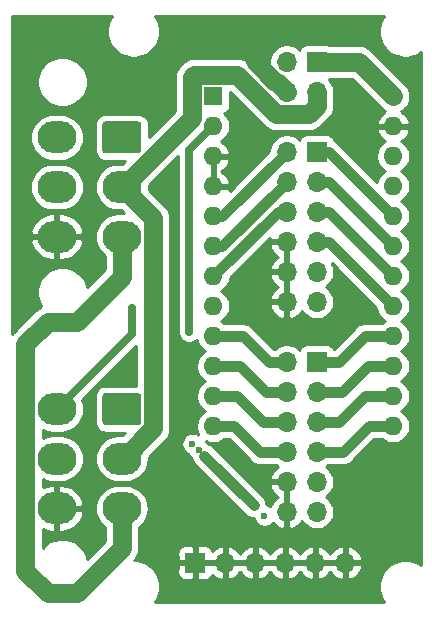
<source format=gbr>
G04 #@! TF.GenerationSoftware,KiCad,Pcbnew,(5.1.9)-1*
G04 #@! TF.CreationDate,2022-07-29T09:29:53-06:00*
G04 #@! TF.ProjectId,ABSIS_ALE,41425349-535f-4414-9c45-2e6b69636164,1*
G04 #@! TF.SameCoordinates,Original*
G04 #@! TF.FileFunction,Copper,L2,Bot*
G04 #@! TF.FilePolarity,Positive*
%FSLAX46Y46*%
G04 Gerber Fmt 4.6, Leading zero omitted, Abs format (unit mm)*
G04 Created by KiCad (PCBNEW (5.1.9)-1) date 2022-07-29 09:29:53*
%MOMM*%
%LPD*%
G01*
G04 APERTURE LIST*
G04 #@! TA.AperFunction,ComponentPad*
%ADD10O,1.600000X1.600000*%
G04 #@! TD*
G04 #@! TA.AperFunction,ComponentPad*
%ADD11R,1.600000X1.600000*%
G04 #@! TD*
G04 #@! TA.AperFunction,ComponentPad*
%ADD12R,1.700000X1.700000*%
G04 #@! TD*
G04 #@! TA.AperFunction,ComponentPad*
%ADD13O,1.700000X1.700000*%
G04 #@! TD*
G04 #@! TA.AperFunction,ComponentPad*
%ADD14O,3.300000X2.700000*%
G04 #@! TD*
G04 #@! TA.AperFunction,ViaPad*
%ADD15C,0.600000*%
G04 #@! TD*
G04 #@! TA.AperFunction,Conductor*
%ADD16C,1.625600*%
G04 #@! TD*
G04 #@! TA.AperFunction,Conductor*
%ADD17C,0.914400*%
G04 #@! TD*
G04 #@! TA.AperFunction,Conductor*
%ADD18C,0.635000*%
G04 #@! TD*
G04 #@! TA.AperFunction,Conductor*
%ADD19C,0.254000*%
G04 #@! TD*
G04 #@! TA.AperFunction,Conductor*
%ADD20C,0.100000*%
G04 #@! TD*
G04 APERTURE END LIST*
D10*
X154787600Y-71323200D03*
X139547600Y-99263200D03*
X154787600Y-73863200D03*
X139547600Y-96723200D03*
X154787600Y-76403200D03*
X139547600Y-94183200D03*
X154787600Y-78943200D03*
X139547600Y-91643200D03*
X154787600Y-81483200D03*
X139547600Y-89103200D03*
X154787600Y-84023200D03*
X139547600Y-86563200D03*
X154787600Y-86563200D03*
X139547600Y-84023200D03*
X154787600Y-89103200D03*
X139547600Y-81483200D03*
X154787600Y-91643200D03*
X139547600Y-78943200D03*
X154787600Y-94183200D03*
X139547600Y-76403200D03*
X154787600Y-96723200D03*
X139547600Y-73863200D03*
X154787600Y-99263200D03*
D11*
X139547600Y-71323200D03*
D12*
X148310000Y-68410000D03*
D13*
X145770000Y-68410000D03*
X148310000Y-70950000D03*
X145770000Y-70950000D03*
D14*
X126310000Y-106210000D03*
X126310000Y-102010000D03*
X126310000Y-97810000D03*
X131810000Y-106210000D03*
X131810000Y-102010000D03*
G04 #@! TA.AperFunction,ComponentPad*
G36*
G01*
X130410001Y-96460000D02*
X133209999Y-96460000D01*
G75*
G02*
X133460000Y-96710001I0J-250001D01*
G01*
X133460000Y-98909999D01*
G75*
G02*
X133209999Y-99160000I-250001J0D01*
G01*
X130410001Y-99160000D01*
G75*
G02*
X130160000Y-98909999I0J250001D01*
G01*
X130160000Y-96710001D01*
G75*
G02*
X130410001Y-96460000I250001J0D01*
G01*
G37*
G04 #@! TD.AperFunction*
X126310000Y-83210000D03*
X126310000Y-79010000D03*
X126310000Y-74810000D03*
X131810000Y-83210000D03*
X131810000Y-79010000D03*
G04 #@! TA.AperFunction,ComponentPad*
G36*
G01*
X130410001Y-73460000D02*
X133209999Y-73460000D01*
G75*
G02*
X133460000Y-73710001I0J-250001D01*
G01*
X133460000Y-75909999D01*
G75*
G02*
X133209999Y-76160000I-250001J0D01*
G01*
X130410001Y-76160000D01*
G75*
G02*
X130160000Y-75909999I0J250001D01*
G01*
X130160000Y-73710001D01*
G75*
G02*
X130410001Y-73460000I250001J0D01*
G01*
G37*
G04 #@! TD.AperFunction*
D13*
X150710000Y-110810000D03*
X148170000Y-110810000D03*
X145630000Y-110810000D03*
X143090000Y-110810000D03*
X140550000Y-110810000D03*
D12*
X138010000Y-110810000D03*
D13*
X145770000Y-106510000D03*
X148310000Y-106510000D03*
X145770000Y-103970000D03*
X148310000Y-103970000D03*
X145770000Y-101430000D03*
X148310000Y-101430000D03*
X145770000Y-98890000D03*
X148310000Y-98890000D03*
X145770000Y-96350000D03*
X148310000Y-96350000D03*
X145770000Y-93810000D03*
D12*
X148310000Y-93810000D03*
D13*
X145770000Y-88730000D03*
X148310000Y-88730000D03*
X145770000Y-86190000D03*
X148310000Y-86190000D03*
X145770000Y-83650000D03*
X148310000Y-83650000D03*
X145770000Y-81110000D03*
X148310000Y-81110000D03*
X145770000Y-78570000D03*
X148310000Y-78570000D03*
X145770000Y-76030000D03*
D12*
X148310000Y-76030000D03*
D15*
X137502900Y-93675200D03*
X138802721Y-101773379D03*
X142968321Y-105938979D03*
X143882721Y-106853379D03*
X138307421Y-101278079D03*
X137786721Y-100757379D03*
X142252700Y-105232200D03*
X132676900Y-89230200D03*
X137502900Y-91262200D03*
D16*
X144920001Y-70100001D02*
X144814101Y-70100001D01*
X145770000Y-70950000D02*
X144920001Y-70100001D01*
X144814101Y-70100001D02*
X143065500Y-68351400D01*
X143065500Y-68351400D02*
X143065500Y-67335400D01*
D17*
X142968321Y-105938979D02*
X138802721Y-101773379D01*
X149334400Y-76030000D02*
X154787600Y-81483200D01*
X148310000Y-76030000D02*
X149334400Y-76030000D01*
X149334400Y-78570000D02*
X154787600Y-84023200D01*
X148310000Y-78570000D02*
X149334400Y-78570000D01*
X149334400Y-81110000D02*
X154787600Y-86563200D01*
X148310000Y-81110000D02*
X149334400Y-81110000D01*
X149334400Y-83650000D02*
X154787600Y-89103200D01*
X148310000Y-83650000D02*
X149334400Y-83650000D01*
D16*
X151874400Y-68410000D02*
X154787600Y-71323200D01*
X148310000Y-68410000D02*
X151874400Y-68410000D01*
X134472810Y-81672810D02*
X131810000Y-79010000D01*
X134472810Y-99433072D02*
X134472810Y-81672810D01*
X131895882Y-102010000D02*
X134472810Y-99433072D01*
X131810000Y-102010000D02*
X131895882Y-102010000D01*
X148310000Y-72152081D02*
X148310000Y-70950000D01*
X147649280Y-72812801D02*
X148310000Y-72152081D01*
X144875855Y-72812801D02*
X147649280Y-72812801D01*
X141573453Y-69510399D02*
X144875855Y-72812801D01*
X137937359Y-69510399D02*
X141573453Y-69510399D01*
X137734799Y-69712959D02*
X137937359Y-69510399D01*
X137734799Y-73171083D02*
X137734799Y-69712959D01*
X131895882Y-79010000D02*
X137734799Y-73171083D01*
X131810000Y-79010000D02*
X131895882Y-79010000D01*
X131810000Y-86588946D02*
X131810000Y-83210000D01*
X125563855Y-90422801D02*
X127976145Y-90422801D01*
X127976145Y-90422801D02*
X131810000Y-86588946D01*
X123647190Y-92339466D02*
X125563855Y-90422801D01*
X125563855Y-113422801D02*
X123647190Y-111506136D01*
X123647190Y-111506136D02*
X123647190Y-92339466D01*
X127976145Y-113422801D02*
X125563855Y-113422801D01*
X131810000Y-109588946D02*
X127976145Y-113422801D01*
X131810000Y-106210000D02*
X131810000Y-109588946D01*
D18*
X132676900Y-91443100D02*
X126310000Y-97810000D01*
X132676900Y-89230200D02*
X132676900Y-91443100D01*
D17*
X145000800Y-81110000D02*
X145770000Y-81110000D01*
X139547600Y-86563200D02*
X145000800Y-81110000D01*
X140316800Y-84023200D02*
X145770000Y-78570000D01*
X139547600Y-84023200D02*
X140316800Y-84023200D01*
X140316800Y-81483200D02*
X145770000Y-76030000D01*
X139547600Y-81483200D02*
X140316800Y-81483200D01*
X139547600Y-99263200D02*
X141312900Y-99263200D01*
X143479700Y-101430000D02*
X145770000Y-101430000D01*
X141312900Y-99263200D02*
X143479700Y-101430000D01*
X154787600Y-99263200D02*
X152742900Y-99263200D01*
X150576100Y-101430000D02*
X148310000Y-101430000D01*
X152742900Y-99263200D02*
X150576100Y-101430000D01*
X139547600Y-96723200D02*
X141566900Y-96723200D01*
X143733700Y-98890000D02*
X145770000Y-98890000D01*
X141566900Y-96723200D02*
X143733700Y-98890000D01*
X150195100Y-98890000D02*
X148310000Y-98890000D01*
X152361900Y-96723200D02*
X150195100Y-98890000D01*
X154787600Y-96723200D02*
X152361900Y-96723200D01*
X139547600Y-94183200D02*
X141820900Y-94183200D01*
X143987700Y-96350000D02*
X145770000Y-96350000D01*
X141820900Y-94183200D02*
X143987700Y-96350000D01*
X150449100Y-96350000D02*
X148310000Y-96350000D01*
X152615900Y-94183200D02*
X150449100Y-96350000D01*
X154787600Y-94183200D02*
X152615900Y-94183200D01*
X139547600Y-91643200D02*
X142074900Y-91643200D01*
X144241700Y-93810000D02*
X145770000Y-93810000D01*
X142074900Y-91643200D02*
X144241700Y-93810000D01*
X150195100Y-93810000D02*
X148310000Y-93810000D01*
X152361900Y-91643200D02*
X150195100Y-93810000D01*
X154787600Y-91643200D02*
X152361900Y-91643200D01*
D18*
X137502900Y-75907900D02*
X139547600Y-73863200D01*
X137502900Y-91262200D02*
X137502900Y-75907900D01*
D19*
X130829369Y-64751331D02*
X130660890Y-65158075D01*
X130575000Y-65589872D01*
X130575000Y-66030128D01*
X130660890Y-66461925D01*
X130829369Y-66868669D01*
X131073962Y-67234729D01*
X131385271Y-67546038D01*
X131751331Y-67790631D01*
X132158075Y-67959110D01*
X132589872Y-68045000D01*
X133030128Y-68045000D01*
X133461925Y-67959110D01*
X133868669Y-67790631D01*
X134234729Y-67546038D01*
X134546038Y-67234729D01*
X134790631Y-66868669D01*
X134959110Y-66461925D01*
X135045000Y-66030128D01*
X135045000Y-65589872D01*
X134959110Y-65158075D01*
X134790631Y-64751331D01*
X134619356Y-64495000D01*
X154000644Y-64495000D01*
X153829369Y-64751331D01*
X153660890Y-65158075D01*
X153575000Y-65589872D01*
X153575000Y-66030128D01*
X153660890Y-66461925D01*
X153829369Y-66868669D01*
X154073962Y-67234729D01*
X154385271Y-67546038D01*
X154751331Y-67790631D01*
X155158075Y-67959110D01*
X155589872Y-68045000D01*
X156030128Y-68045000D01*
X156461925Y-67959110D01*
X156868669Y-67790631D01*
X157125001Y-67619356D01*
X157125000Y-111000644D01*
X156868669Y-110829369D01*
X156461925Y-110660890D01*
X156030128Y-110575000D01*
X155589872Y-110575000D01*
X155158075Y-110660890D01*
X154751331Y-110829369D01*
X154385271Y-111073962D01*
X154073962Y-111385271D01*
X153829369Y-111751331D01*
X153660890Y-112158075D01*
X153575000Y-112589872D01*
X153575000Y-113030128D01*
X153660890Y-113461925D01*
X153829369Y-113868669D01*
X154000644Y-114125000D01*
X134619356Y-114125000D01*
X134790631Y-113868669D01*
X134959110Y-113461925D01*
X135045000Y-113030128D01*
X135045000Y-112589872D01*
X134959110Y-112158075D01*
X134790631Y-111751331D01*
X134729606Y-111660000D01*
X136521928Y-111660000D01*
X136534188Y-111784482D01*
X136570498Y-111904180D01*
X136629463Y-112014494D01*
X136708815Y-112111185D01*
X136805506Y-112190537D01*
X136915820Y-112249502D01*
X137035518Y-112285812D01*
X137160000Y-112298072D01*
X137724250Y-112295000D01*
X137883000Y-112136250D01*
X137883000Y-110937000D01*
X138137000Y-110937000D01*
X138137000Y-112136250D01*
X138295750Y-112295000D01*
X138860000Y-112298072D01*
X138984482Y-112285812D01*
X139104180Y-112249502D01*
X139214494Y-112190537D01*
X139311185Y-112111185D01*
X139390537Y-112014494D01*
X139449502Y-111904180D01*
X139473966Y-111823534D01*
X139549731Y-111907588D01*
X139783080Y-112081641D01*
X140045901Y-112206825D01*
X140193110Y-112251476D01*
X140423000Y-112130155D01*
X140423000Y-110937000D01*
X140677000Y-110937000D01*
X140677000Y-112130155D01*
X140906890Y-112251476D01*
X141054099Y-112206825D01*
X141316920Y-112081641D01*
X141550269Y-111907588D01*
X141745178Y-111691355D01*
X141820000Y-111565745D01*
X141894822Y-111691355D01*
X142089731Y-111907588D01*
X142323080Y-112081641D01*
X142585901Y-112206825D01*
X142733110Y-112251476D01*
X142963000Y-112130155D01*
X142963000Y-110937000D01*
X143217000Y-110937000D01*
X143217000Y-112130155D01*
X143446890Y-112251476D01*
X143594099Y-112206825D01*
X143856920Y-112081641D01*
X144090269Y-111907588D01*
X144285178Y-111691355D01*
X144360000Y-111565745D01*
X144434822Y-111691355D01*
X144629731Y-111907588D01*
X144863080Y-112081641D01*
X145125901Y-112206825D01*
X145273110Y-112251476D01*
X145503000Y-112130155D01*
X145503000Y-110937000D01*
X145757000Y-110937000D01*
X145757000Y-112130155D01*
X145986890Y-112251476D01*
X146134099Y-112206825D01*
X146396920Y-112081641D01*
X146630269Y-111907588D01*
X146825178Y-111691355D01*
X146900000Y-111565745D01*
X146974822Y-111691355D01*
X147169731Y-111907588D01*
X147403080Y-112081641D01*
X147665901Y-112206825D01*
X147813110Y-112251476D01*
X148043000Y-112130155D01*
X148043000Y-110937000D01*
X148297000Y-110937000D01*
X148297000Y-112130155D01*
X148526890Y-112251476D01*
X148674099Y-112206825D01*
X148936920Y-112081641D01*
X149170269Y-111907588D01*
X149365178Y-111691355D01*
X149440000Y-111565745D01*
X149514822Y-111691355D01*
X149709731Y-111907588D01*
X149943080Y-112081641D01*
X150205901Y-112206825D01*
X150353110Y-112251476D01*
X150583000Y-112130155D01*
X150583000Y-110937000D01*
X150837000Y-110937000D01*
X150837000Y-112130155D01*
X151066890Y-112251476D01*
X151214099Y-112206825D01*
X151476920Y-112081641D01*
X151710269Y-111907588D01*
X151905178Y-111691355D01*
X152054157Y-111441252D01*
X152151481Y-111166891D01*
X152030814Y-110937000D01*
X150837000Y-110937000D01*
X150583000Y-110937000D01*
X148297000Y-110937000D01*
X148043000Y-110937000D01*
X145757000Y-110937000D01*
X145503000Y-110937000D01*
X143217000Y-110937000D01*
X142963000Y-110937000D01*
X140677000Y-110937000D01*
X140423000Y-110937000D01*
X138137000Y-110937000D01*
X137883000Y-110937000D01*
X136683750Y-110937000D01*
X136525000Y-111095750D01*
X136521928Y-111660000D01*
X134729606Y-111660000D01*
X134546038Y-111385271D01*
X134234729Y-111073962D01*
X133868669Y-110829369D01*
X133461925Y-110660890D01*
X133030128Y-110575000D01*
X132873702Y-110575000D01*
X132884034Y-110562411D01*
X132884040Y-110562405D01*
X133019625Y-110397193D01*
X133136388Y-110178748D01*
X133154065Y-110145676D01*
X133210388Y-109960000D01*
X136521928Y-109960000D01*
X136525000Y-110524250D01*
X136683750Y-110683000D01*
X137883000Y-110683000D01*
X137883000Y-109483750D01*
X138137000Y-109483750D01*
X138137000Y-110683000D01*
X140423000Y-110683000D01*
X140423000Y-109489845D01*
X140677000Y-109489845D01*
X140677000Y-110683000D01*
X142963000Y-110683000D01*
X142963000Y-109489845D01*
X143217000Y-109489845D01*
X143217000Y-110683000D01*
X145503000Y-110683000D01*
X145503000Y-109489845D01*
X145757000Y-109489845D01*
X145757000Y-110683000D01*
X148043000Y-110683000D01*
X148043000Y-109489845D01*
X148297000Y-109489845D01*
X148297000Y-110683000D01*
X150583000Y-110683000D01*
X150583000Y-109489845D01*
X150837000Y-109489845D01*
X150837000Y-110683000D01*
X152030814Y-110683000D01*
X152151481Y-110453109D01*
X152054157Y-110178748D01*
X151905178Y-109928645D01*
X151710269Y-109712412D01*
X151476920Y-109538359D01*
X151214099Y-109413175D01*
X151066890Y-109368524D01*
X150837000Y-109489845D01*
X150583000Y-109489845D01*
X150353110Y-109368524D01*
X150205901Y-109413175D01*
X149943080Y-109538359D01*
X149709731Y-109712412D01*
X149514822Y-109928645D01*
X149440000Y-110054255D01*
X149365178Y-109928645D01*
X149170269Y-109712412D01*
X148936920Y-109538359D01*
X148674099Y-109413175D01*
X148526890Y-109368524D01*
X148297000Y-109489845D01*
X148043000Y-109489845D01*
X147813110Y-109368524D01*
X147665901Y-109413175D01*
X147403080Y-109538359D01*
X147169731Y-109712412D01*
X146974822Y-109928645D01*
X146900000Y-110054255D01*
X146825178Y-109928645D01*
X146630269Y-109712412D01*
X146396920Y-109538359D01*
X146134099Y-109413175D01*
X145986890Y-109368524D01*
X145757000Y-109489845D01*
X145503000Y-109489845D01*
X145273110Y-109368524D01*
X145125901Y-109413175D01*
X144863080Y-109538359D01*
X144629731Y-109712412D01*
X144434822Y-109928645D01*
X144360000Y-110054255D01*
X144285178Y-109928645D01*
X144090269Y-109712412D01*
X143856920Y-109538359D01*
X143594099Y-109413175D01*
X143446890Y-109368524D01*
X143217000Y-109489845D01*
X142963000Y-109489845D01*
X142733110Y-109368524D01*
X142585901Y-109413175D01*
X142323080Y-109538359D01*
X142089731Y-109712412D01*
X141894822Y-109928645D01*
X141820000Y-110054255D01*
X141745178Y-109928645D01*
X141550269Y-109712412D01*
X141316920Y-109538359D01*
X141054099Y-109413175D01*
X140906890Y-109368524D01*
X140677000Y-109489845D01*
X140423000Y-109489845D01*
X140193110Y-109368524D01*
X140045901Y-109413175D01*
X139783080Y-109538359D01*
X139549731Y-109712412D01*
X139473966Y-109796466D01*
X139449502Y-109715820D01*
X139390537Y-109605506D01*
X139311185Y-109508815D01*
X139214494Y-109429463D01*
X139104180Y-109370498D01*
X138984482Y-109334188D01*
X138860000Y-109321928D01*
X138295750Y-109325000D01*
X138137000Y-109483750D01*
X137883000Y-109483750D01*
X137724250Y-109325000D01*
X137160000Y-109321928D01*
X137035518Y-109334188D01*
X136915820Y-109370498D01*
X136805506Y-109429463D01*
X136708815Y-109508815D01*
X136629463Y-109605506D01*
X136570498Y-109715820D01*
X136534188Y-109835518D01*
X136521928Y-109960000D01*
X133210388Y-109960000D01*
X133236851Y-109872764D01*
X133257800Y-109660068D01*
X133257800Y-109660061D01*
X133264804Y-109588946D01*
X133257800Y-109517832D01*
X133257800Y-107835907D01*
X133520398Y-107620398D01*
X133768453Y-107318143D01*
X133952774Y-106973302D01*
X134066278Y-106599128D01*
X134104604Y-106210000D01*
X134066278Y-105820872D01*
X133952774Y-105446698D01*
X133768453Y-105101857D01*
X133520398Y-104799602D01*
X133218143Y-104551547D01*
X132873302Y-104367226D01*
X132499128Y-104253722D01*
X132207510Y-104225000D01*
X131412490Y-104225000D01*
X131120872Y-104253722D01*
X130746698Y-104367226D01*
X130401857Y-104551547D01*
X130099602Y-104799602D01*
X129851547Y-105101857D01*
X129667226Y-105446698D01*
X129553722Y-105820872D01*
X129515396Y-106210000D01*
X129553722Y-106599128D01*
X129667226Y-106973302D01*
X129851547Y-107318143D01*
X130099602Y-107620398D01*
X130362200Y-107835908D01*
X130362201Y-108989246D01*
X128862979Y-110488468D01*
X128822953Y-110287244D01*
X128662012Y-109898698D01*
X128428363Y-109549017D01*
X128130983Y-109251637D01*
X127781302Y-109017988D01*
X127392756Y-108857047D01*
X126980279Y-108775000D01*
X126559721Y-108775000D01*
X126147244Y-108857047D01*
X125758698Y-109017988D01*
X125409017Y-109251637D01*
X125111637Y-109549017D01*
X125094990Y-109573931D01*
X125094990Y-107971720D01*
X125133041Y-107995300D01*
X125498186Y-108132082D01*
X125883000Y-108195000D01*
X126183000Y-108195000D01*
X126183000Y-106337000D01*
X126437000Y-106337000D01*
X126437000Y-108195000D01*
X126737000Y-108195000D01*
X127121814Y-108132082D01*
X127486959Y-107995300D01*
X127818403Y-107789910D01*
X128103409Y-107523805D01*
X128331024Y-107207211D01*
X128492501Y-106852295D01*
X128546677Y-106645323D01*
X128431829Y-106337000D01*
X126437000Y-106337000D01*
X126183000Y-106337000D01*
X126163000Y-106337000D01*
X126163000Y-106083000D01*
X126183000Y-106083000D01*
X126183000Y-104225000D01*
X126437000Y-104225000D01*
X126437000Y-106083000D01*
X128431829Y-106083000D01*
X128546677Y-105774677D01*
X128492501Y-105567705D01*
X128331024Y-105212789D01*
X128103409Y-104896195D01*
X127818403Y-104630090D01*
X127486959Y-104424700D01*
X127121814Y-104287918D01*
X126737000Y-104225000D01*
X126437000Y-104225000D01*
X126183000Y-104225000D01*
X125883000Y-104225000D01*
X125498186Y-104287918D01*
X125133041Y-104424700D01*
X125094990Y-104448280D01*
X125094990Y-103771685D01*
X125246698Y-103852774D01*
X125620872Y-103966278D01*
X125912490Y-103995000D01*
X126707510Y-103995000D01*
X126999128Y-103966278D01*
X127373302Y-103852774D01*
X127718143Y-103668453D01*
X128020398Y-103420398D01*
X128268453Y-103118143D01*
X128452774Y-102773302D01*
X128566278Y-102399128D01*
X128604604Y-102010000D01*
X128566278Y-101620872D01*
X128452774Y-101246698D01*
X128268453Y-100901857D01*
X128020398Y-100599602D01*
X127718143Y-100351547D01*
X127373302Y-100167226D01*
X126999128Y-100053722D01*
X126707510Y-100025000D01*
X125912490Y-100025000D01*
X125620872Y-100053722D01*
X125246698Y-100167226D01*
X125094990Y-100248315D01*
X125094990Y-99571685D01*
X125246698Y-99652774D01*
X125620872Y-99766278D01*
X125912490Y-99795000D01*
X126707510Y-99795000D01*
X126999128Y-99766278D01*
X127373302Y-99652774D01*
X127718143Y-99468453D01*
X128020398Y-99220398D01*
X128268453Y-98918143D01*
X128452774Y-98573302D01*
X128566278Y-98199128D01*
X128604604Y-97810000D01*
X128566278Y-97420872D01*
X128452774Y-97046698D01*
X128441476Y-97025562D01*
X133025010Y-92442028D01*
X133025010Y-95821928D01*
X130410001Y-95821928D01*
X130236747Y-95838992D01*
X130070150Y-95889529D01*
X129916614Y-95971595D01*
X129782039Y-96082039D01*
X129671595Y-96216614D01*
X129589529Y-96370150D01*
X129538992Y-96536747D01*
X129521928Y-96710001D01*
X129521928Y-98909999D01*
X129538992Y-99083253D01*
X129589529Y-99249850D01*
X129671595Y-99403386D01*
X129782039Y-99537961D01*
X129916614Y-99648405D01*
X130070150Y-99730471D01*
X130236747Y-99781008D01*
X130410001Y-99798072D01*
X132060312Y-99798072D01*
X131833384Y-100025000D01*
X131412490Y-100025000D01*
X131120872Y-100053722D01*
X130746698Y-100167226D01*
X130401857Y-100351547D01*
X130099602Y-100599602D01*
X129851547Y-100901857D01*
X129667226Y-101246698D01*
X129553722Y-101620872D01*
X129515396Y-102010000D01*
X129553722Y-102399128D01*
X129667226Y-102773302D01*
X129851547Y-103118143D01*
X130099602Y-103420398D01*
X130401857Y-103668453D01*
X130746698Y-103852774D01*
X131120872Y-103966278D01*
X131412490Y-103995000D01*
X132207510Y-103995000D01*
X132499128Y-103966278D01*
X132873302Y-103852774D01*
X133218143Y-103668453D01*
X133520398Y-103420398D01*
X133768453Y-103118143D01*
X133952774Y-102773302D01*
X134066278Y-102399128D01*
X134104604Y-102010000D01*
X134090149Y-101863232D01*
X135446280Y-100507101D01*
X135501511Y-100461774D01*
X135546840Y-100406541D01*
X135546850Y-100406531D01*
X135682435Y-100241319D01*
X135682437Y-100241317D01*
X135816875Y-99989802D01*
X135880211Y-99781008D01*
X135899661Y-99716891D01*
X135903120Y-99681774D01*
X135920610Y-99504194D01*
X135920610Y-99504187D01*
X135927614Y-99433072D01*
X135920610Y-99361958D01*
X135920610Y-81743921D01*
X135927614Y-81672809D01*
X135920610Y-81601697D01*
X135920610Y-81601688D01*
X135899661Y-81388992D01*
X135816875Y-81116080D01*
X135682436Y-80864564D01*
X135587459Y-80748834D01*
X135546850Y-80699351D01*
X135546844Y-80699345D01*
X135501512Y-80644108D01*
X135446275Y-80598776D01*
X134082448Y-79234950D01*
X134104604Y-79010000D01*
X134090148Y-78863232D01*
X136550401Y-76402980D01*
X136550400Y-91308984D01*
X136564183Y-91448922D01*
X136618648Y-91628468D01*
X136707094Y-91793941D01*
X136826122Y-91938978D01*
X136971159Y-92058006D01*
X137136631Y-92146452D01*
X137316177Y-92200917D01*
X137502900Y-92219308D01*
X137689622Y-92200917D01*
X137869168Y-92146452D01*
X138034641Y-92058006D01*
X138148423Y-91964628D01*
X138167747Y-92061774D01*
X138275920Y-92322927D01*
X138432963Y-92557959D01*
X138632841Y-92757837D01*
X138865359Y-92913200D01*
X138632841Y-93068563D01*
X138432963Y-93268441D01*
X138275920Y-93503473D01*
X138167747Y-93764626D01*
X138112600Y-94041865D01*
X138112600Y-94324535D01*
X138167747Y-94601774D01*
X138275920Y-94862927D01*
X138432963Y-95097959D01*
X138632841Y-95297837D01*
X138865359Y-95453200D01*
X138632841Y-95608563D01*
X138432963Y-95808441D01*
X138275920Y-96043473D01*
X138167747Y-96304626D01*
X138112600Y-96581865D01*
X138112600Y-96864535D01*
X138167747Y-97141774D01*
X138275920Y-97402927D01*
X138432963Y-97637959D01*
X138632841Y-97837837D01*
X138865359Y-97993200D01*
X138632841Y-98148563D01*
X138432963Y-98348441D01*
X138275920Y-98583473D01*
X138167747Y-98844626D01*
X138112600Y-99121865D01*
X138112600Y-99404535D01*
X138167747Y-99681774D01*
X138275920Y-99942927D01*
X138296210Y-99973294D01*
X138229610Y-99928793D01*
X138059450Y-99858311D01*
X137878810Y-99822379D01*
X137694632Y-99822379D01*
X137513992Y-99858311D01*
X137343832Y-99928793D01*
X137190693Y-100031117D01*
X137060459Y-100161351D01*
X136958135Y-100314490D01*
X136887653Y-100484650D01*
X136851721Y-100665290D01*
X136851721Y-100849468D01*
X136887653Y-101030108D01*
X136958135Y-101200268D01*
X137060459Y-101353407D01*
X137190693Y-101483641D01*
X137343832Y-101585965D01*
X137439294Y-101625506D01*
X137478835Y-101720968D01*
X137581159Y-101874107D01*
X137711393Y-102004341D01*
X137736533Y-102021139D01*
X137788778Y-102193367D01*
X137890197Y-102383107D01*
X137992484Y-102507745D01*
X142233954Y-106749216D01*
X142358592Y-106851503D01*
X142548332Y-106952922D01*
X142754211Y-107015375D01*
X142965771Y-107036211D01*
X142983653Y-107126108D01*
X143054135Y-107296268D01*
X143156459Y-107449407D01*
X143286693Y-107579641D01*
X143439832Y-107681965D01*
X143609992Y-107752447D01*
X143790632Y-107788379D01*
X143974810Y-107788379D01*
X144155450Y-107752447D01*
X144325610Y-107681965D01*
X144478749Y-107579641D01*
X144608983Y-107449407D01*
X144617504Y-107436655D01*
X144672412Y-107510269D01*
X144888645Y-107705178D01*
X145138748Y-107854157D01*
X145413109Y-107951481D01*
X145643000Y-107830814D01*
X145643000Y-106637000D01*
X145623000Y-106637000D01*
X145623000Y-106383000D01*
X145643000Y-106383000D01*
X145643000Y-104097000D01*
X144449845Y-104097000D01*
X144328524Y-104326890D01*
X144373175Y-104474099D01*
X144498359Y-104736920D01*
X144672412Y-104970269D01*
X144888645Y-105165178D01*
X145014255Y-105240000D01*
X144888645Y-105314822D01*
X144672412Y-105509731D01*
X144498359Y-105743080D01*
X144373175Y-106005901D01*
X144360395Y-106048035D01*
X144325610Y-106024793D01*
X144155450Y-105954311D01*
X144065553Y-105936429D01*
X144044717Y-105724869D01*
X143982264Y-105518990D01*
X143880845Y-105329250D01*
X143778558Y-105204612D01*
X139537087Y-100963142D01*
X139412449Y-100860855D01*
X139222709Y-100759436D01*
X139050481Y-100707191D01*
X139033683Y-100682051D01*
X138903449Y-100551817D01*
X138894783Y-100546026D01*
X139129026Y-100643053D01*
X139406265Y-100698200D01*
X139688935Y-100698200D01*
X139966174Y-100643053D01*
X140227327Y-100534880D01*
X140462359Y-100377837D01*
X140484796Y-100355400D01*
X140860497Y-100355400D01*
X142669465Y-102164369D01*
X142703662Y-102206038D01*
X142869971Y-102342525D01*
X143059711Y-102443943D01*
X143265590Y-102506396D01*
X143284990Y-102508307D01*
X143426051Y-102522200D01*
X143426058Y-102522200D01*
X143479700Y-102527483D01*
X143533341Y-102522200D01*
X144762093Y-102522200D01*
X144823368Y-102583475D01*
X145005534Y-102705195D01*
X144888645Y-102774822D01*
X144672412Y-102969731D01*
X144498359Y-103203080D01*
X144373175Y-103465901D01*
X144328524Y-103613110D01*
X144449845Y-103843000D01*
X145643000Y-103843000D01*
X145643000Y-103823000D01*
X145897000Y-103823000D01*
X145897000Y-103843000D01*
X145917000Y-103843000D01*
X145917000Y-104097000D01*
X145897000Y-104097000D01*
X145897000Y-106383000D01*
X145917000Y-106383000D01*
X145917000Y-106637000D01*
X145897000Y-106637000D01*
X145897000Y-107830814D01*
X146126891Y-107951481D01*
X146401252Y-107854157D01*
X146651355Y-107705178D01*
X146867588Y-107510269D01*
X147038900Y-107280594D01*
X147156525Y-107456632D01*
X147363368Y-107663475D01*
X147606589Y-107825990D01*
X147876842Y-107937932D01*
X148163740Y-107995000D01*
X148456260Y-107995000D01*
X148743158Y-107937932D01*
X149013411Y-107825990D01*
X149256632Y-107663475D01*
X149463475Y-107456632D01*
X149625990Y-107213411D01*
X149737932Y-106943158D01*
X149795000Y-106656260D01*
X149795000Y-106363740D01*
X149737932Y-106076842D01*
X149625990Y-105806589D01*
X149463475Y-105563368D01*
X149256632Y-105356525D01*
X149082240Y-105240000D01*
X149256632Y-105123475D01*
X149463475Y-104916632D01*
X149625990Y-104673411D01*
X149737932Y-104403158D01*
X149795000Y-104116260D01*
X149795000Y-103823740D01*
X149737932Y-103536842D01*
X149625990Y-103266589D01*
X149463475Y-103023368D01*
X149256632Y-102816525D01*
X149082240Y-102700000D01*
X149256632Y-102583475D01*
X149317907Y-102522200D01*
X150522459Y-102522200D01*
X150576100Y-102527483D01*
X150629741Y-102522200D01*
X150629749Y-102522200D01*
X150790209Y-102506396D01*
X150996089Y-102443943D01*
X151185829Y-102342525D01*
X151352138Y-102206038D01*
X151386340Y-102164363D01*
X153195304Y-100355400D01*
X153850404Y-100355400D01*
X153872841Y-100377837D01*
X154107873Y-100534880D01*
X154369026Y-100643053D01*
X154646265Y-100698200D01*
X154928935Y-100698200D01*
X155206174Y-100643053D01*
X155467327Y-100534880D01*
X155702359Y-100377837D01*
X155902237Y-100177959D01*
X156059280Y-99942927D01*
X156167453Y-99681774D01*
X156222600Y-99404535D01*
X156222600Y-99121865D01*
X156167453Y-98844626D01*
X156059280Y-98583473D01*
X155902237Y-98348441D01*
X155702359Y-98148563D01*
X155469841Y-97993200D01*
X155702359Y-97837837D01*
X155902237Y-97637959D01*
X156059280Y-97402927D01*
X156167453Y-97141774D01*
X156222600Y-96864535D01*
X156222600Y-96581865D01*
X156167453Y-96304626D01*
X156059280Y-96043473D01*
X155902237Y-95808441D01*
X155702359Y-95608563D01*
X155469841Y-95453200D01*
X155702359Y-95297837D01*
X155902237Y-95097959D01*
X156059280Y-94862927D01*
X156167453Y-94601774D01*
X156222600Y-94324535D01*
X156222600Y-94041865D01*
X156167453Y-93764626D01*
X156059280Y-93503473D01*
X155902237Y-93268441D01*
X155702359Y-93068563D01*
X155469841Y-92913200D01*
X155702359Y-92757837D01*
X155902237Y-92557959D01*
X156059280Y-92322927D01*
X156167453Y-92061774D01*
X156222600Y-91784535D01*
X156222600Y-91501865D01*
X156167453Y-91224626D01*
X156059280Y-90963473D01*
X155902237Y-90728441D01*
X155702359Y-90528563D01*
X155469841Y-90373200D01*
X155702359Y-90217837D01*
X155902237Y-90017959D01*
X156059280Y-89782927D01*
X156167453Y-89521774D01*
X156222600Y-89244535D01*
X156222600Y-88961865D01*
X156167453Y-88684626D01*
X156059280Y-88423473D01*
X155902237Y-88188441D01*
X155702359Y-87988563D01*
X155469841Y-87833200D01*
X155702359Y-87677837D01*
X155902237Y-87477959D01*
X156059280Y-87242927D01*
X156167453Y-86981774D01*
X156222600Y-86704535D01*
X156222600Y-86421865D01*
X156167453Y-86144626D01*
X156059280Y-85883473D01*
X155902237Y-85648441D01*
X155702359Y-85448563D01*
X155469841Y-85293200D01*
X155702359Y-85137837D01*
X155902237Y-84937959D01*
X156059280Y-84702927D01*
X156167453Y-84441774D01*
X156222600Y-84164535D01*
X156222600Y-83881865D01*
X156167453Y-83604626D01*
X156059280Y-83343473D01*
X155902237Y-83108441D01*
X155702359Y-82908563D01*
X155469841Y-82753200D01*
X155702359Y-82597837D01*
X155902237Y-82397959D01*
X156059280Y-82162927D01*
X156167453Y-81901774D01*
X156222600Y-81624535D01*
X156222600Y-81341865D01*
X156167453Y-81064626D01*
X156059280Y-80803473D01*
X155902237Y-80568441D01*
X155702359Y-80368563D01*
X155469841Y-80213200D01*
X155702359Y-80057837D01*
X155902237Y-79857959D01*
X156059280Y-79622927D01*
X156167453Y-79361774D01*
X156222600Y-79084535D01*
X156222600Y-78801865D01*
X156167453Y-78524626D01*
X156059280Y-78263473D01*
X155902237Y-78028441D01*
X155702359Y-77828563D01*
X155469841Y-77673200D01*
X155702359Y-77517837D01*
X155902237Y-77317959D01*
X156059280Y-77082927D01*
X156167453Y-76821774D01*
X156222600Y-76544535D01*
X156222600Y-76261865D01*
X156167453Y-75984626D01*
X156059280Y-75723473D01*
X155902237Y-75488441D01*
X155702359Y-75288563D01*
X155467327Y-75131520D01*
X155456735Y-75127133D01*
X155642731Y-75015585D01*
X155851119Y-74826614D01*
X156018637Y-74600620D01*
X156138846Y-74346287D01*
X156179504Y-74212239D01*
X156057515Y-73990200D01*
X154914600Y-73990200D01*
X154914600Y-74010200D01*
X154660600Y-74010200D01*
X154660600Y-73990200D01*
X153517685Y-73990200D01*
X153395696Y-74212239D01*
X153436354Y-74346287D01*
X153556563Y-74600620D01*
X153724081Y-74826614D01*
X153932469Y-75015585D01*
X154118465Y-75127133D01*
X154107873Y-75131520D01*
X153872841Y-75288563D01*
X153672963Y-75488441D01*
X153515920Y-75723473D01*
X153407747Y-75984626D01*
X153352600Y-76261865D01*
X153352600Y-76544535D01*
X153407747Y-76821774D01*
X153515920Y-77082927D01*
X153672963Y-77317959D01*
X153872841Y-77517837D01*
X154105359Y-77673200D01*
X153872841Y-77828563D01*
X153672963Y-78028441D01*
X153515920Y-78263473D01*
X153407747Y-78524626D01*
X153402086Y-78553083D01*
X150144640Y-75295637D01*
X150110438Y-75253962D01*
X149944129Y-75117475D01*
X149777606Y-75028467D01*
X149749502Y-74935820D01*
X149690537Y-74825506D01*
X149611185Y-74728815D01*
X149514494Y-74649463D01*
X149404180Y-74590498D01*
X149284482Y-74554188D01*
X149160000Y-74541928D01*
X147460000Y-74541928D01*
X147335518Y-74554188D01*
X147215820Y-74590498D01*
X147105506Y-74649463D01*
X147008815Y-74728815D01*
X146929463Y-74825506D01*
X146870498Y-74935820D01*
X146848487Y-75008380D01*
X146716632Y-74876525D01*
X146473411Y-74714010D01*
X146203158Y-74602068D01*
X145916260Y-74545000D01*
X145623740Y-74545000D01*
X145336842Y-74602068D01*
X145066589Y-74714010D01*
X144823368Y-74876525D01*
X144616525Y-75083368D01*
X144454010Y-75326589D01*
X144342068Y-75596842D01*
X144285000Y-75883740D01*
X144285000Y-75970396D01*
X140929206Y-79326191D01*
X140939504Y-79292239D01*
X140817515Y-79070200D01*
X139674600Y-79070200D01*
X139674600Y-79090200D01*
X139420600Y-79090200D01*
X139420600Y-79070200D01*
X139400600Y-79070200D01*
X139400600Y-78816200D01*
X139420600Y-78816200D01*
X139420600Y-76530200D01*
X139674600Y-76530200D01*
X139674600Y-78816200D01*
X140817515Y-78816200D01*
X140939504Y-78594161D01*
X140898846Y-78460113D01*
X140778637Y-78205780D01*
X140611119Y-77979786D01*
X140402731Y-77790815D01*
X140206618Y-77673200D01*
X140402731Y-77555585D01*
X140611119Y-77366614D01*
X140778637Y-77140620D01*
X140898846Y-76886287D01*
X140939504Y-76752239D01*
X140817515Y-76530200D01*
X139674600Y-76530200D01*
X139420600Y-76530200D01*
X139400600Y-76530200D01*
X139400600Y-76276200D01*
X139420600Y-76276200D01*
X139420600Y-76256200D01*
X139674600Y-76256200D01*
X139674600Y-76276200D01*
X140817515Y-76276200D01*
X140939504Y-76054161D01*
X140898846Y-75920113D01*
X140778637Y-75665780D01*
X140611119Y-75439786D01*
X140402731Y-75250815D01*
X140216735Y-75139267D01*
X140227327Y-75134880D01*
X140462359Y-74977837D01*
X140662237Y-74777959D01*
X140819280Y-74542927D01*
X140927453Y-74281774D01*
X140982600Y-74004535D01*
X140982600Y-73721865D01*
X140927453Y-73444626D01*
X140819280Y-73183473D01*
X140662237Y-72948441D01*
X140463639Y-72749843D01*
X140472082Y-72749012D01*
X140591780Y-72712702D01*
X140702094Y-72653737D01*
X140798785Y-72574385D01*
X140878137Y-72477694D01*
X140937102Y-72367380D01*
X140973412Y-72247682D01*
X140985672Y-72123200D01*
X140985672Y-70970116D01*
X143801821Y-73786266D01*
X143847153Y-73841503D01*
X143902390Y-73886835D01*
X143902396Y-73886841D01*
X144015093Y-73979328D01*
X144067609Y-74022427D01*
X144296069Y-74144542D01*
X144319125Y-74156866D01*
X144592036Y-74239652D01*
X144617560Y-74242166D01*
X144804733Y-74260601D01*
X144804740Y-74260601D01*
X144875855Y-74267605D01*
X144946969Y-74260601D01*
X147578168Y-74260601D01*
X147649280Y-74267605D01*
X147720392Y-74260601D01*
X147720402Y-74260601D01*
X147933098Y-74239652D01*
X148206010Y-74156866D01*
X148457526Y-74022427D01*
X148677982Y-73841503D01*
X148723319Y-73786260D01*
X149283459Y-73226119D01*
X149338701Y-73180783D01*
X149519626Y-72960327D01*
X149654065Y-72708811D01*
X149736851Y-72435899D01*
X149757800Y-72223203D01*
X149757800Y-72223194D01*
X149764804Y-72152082D01*
X149757800Y-72080970D01*
X149757800Y-71283276D01*
X149795000Y-71096260D01*
X149795000Y-70803740D01*
X149737932Y-70516842D01*
X149625990Y-70246589D01*
X149463475Y-70003368D01*
X149331620Y-69871513D01*
X149376825Y-69857800D01*
X151274702Y-69857800D01*
X153814141Y-72397240D01*
X153979353Y-72532825D01*
X154111487Y-72603453D01*
X153932469Y-72710815D01*
X153724081Y-72899786D01*
X153556563Y-73125780D01*
X153436354Y-73380113D01*
X153395696Y-73514161D01*
X153517685Y-73736200D01*
X154660600Y-73736200D01*
X154660600Y-73716200D01*
X154914600Y-73716200D01*
X154914600Y-73736200D01*
X156057515Y-73736200D01*
X156179504Y-73514161D01*
X156138846Y-73380113D01*
X156018637Y-73125780D01*
X155851119Y-72899786D01*
X155642731Y-72710815D01*
X155463713Y-72603452D01*
X155595846Y-72532825D01*
X155816302Y-72351902D01*
X155997225Y-72131446D01*
X156131665Y-71879929D01*
X156214451Y-71607018D01*
X156242404Y-71323200D01*
X156214451Y-71039381D01*
X156131665Y-70766470D01*
X155997225Y-70514953D01*
X155861640Y-70349741D01*
X152948438Y-67436540D01*
X152903102Y-67381298D01*
X152682646Y-67200374D01*
X152431130Y-67065935D01*
X152158218Y-66983149D01*
X151945522Y-66962200D01*
X151945512Y-66962200D01*
X151874400Y-66955196D01*
X151803288Y-66962200D01*
X149376825Y-66962200D01*
X149284482Y-66934188D01*
X149160000Y-66921928D01*
X147460000Y-66921928D01*
X147335518Y-66934188D01*
X147215820Y-66970498D01*
X147105506Y-67029463D01*
X147008815Y-67108815D01*
X146929463Y-67205506D01*
X146870498Y-67315820D01*
X146848487Y-67388380D01*
X146716632Y-67256525D01*
X146473411Y-67094010D01*
X146203158Y-66982068D01*
X145916260Y-66925000D01*
X145623740Y-66925000D01*
X145336842Y-66982068D01*
X145066589Y-67094010D01*
X144823368Y-67256525D01*
X144616525Y-67463368D01*
X144454010Y-67706589D01*
X144342068Y-67976842D01*
X144285000Y-68263740D01*
X144285000Y-68556260D01*
X144342068Y-68843158D01*
X144454010Y-69113411D01*
X144616525Y-69356632D01*
X144823368Y-69563475D01*
X145005534Y-69685195D01*
X144888645Y-69754822D01*
X144672412Y-69949731D01*
X144498359Y-70183080D01*
X144432307Y-70321755D01*
X142647491Y-68536939D01*
X142602155Y-68481697D01*
X142381699Y-68300773D01*
X142130183Y-68166334D01*
X141857271Y-68083548D01*
X141644575Y-68062599D01*
X141644565Y-68062599D01*
X141573453Y-68055595D01*
X141502341Y-68062599D01*
X138008470Y-68062599D01*
X137937358Y-68055595D01*
X137866246Y-68062599D01*
X137866237Y-68062599D01*
X137653541Y-68083548D01*
X137380629Y-68166334D01*
X137129113Y-68300773D01*
X136908657Y-68481697D01*
X136863318Y-68536943D01*
X136761337Y-68638924D01*
X136706098Y-68684257D01*
X136660766Y-68739494D01*
X136660759Y-68739501D01*
X136525174Y-68904713D01*
X136390734Y-69156230D01*
X136307949Y-69429141D01*
X136279995Y-69712959D01*
X136287000Y-69784081D01*
X136286999Y-72571384D01*
X134098072Y-74760311D01*
X134098072Y-73710001D01*
X134081008Y-73536747D01*
X134030471Y-73370150D01*
X133948405Y-73216614D01*
X133837961Y-73082039D01*
X133703386Y-72971595D01*
X133549850Y-72889529D01*
X133383253Y-72838992D01*
X133209999Y-72821928D01*
X130410001Y-72821928D01*
X130236747Y-72838992D01*
X130070150Y-72889529D01*
X129916614Y-72971595D01*
X129782039Y-73082039D01*
X129671595Y-73216614D01*
X129589529Y-73370150D01*
X129538992Y-73536747D01*
X129521928Y-73710001D01*
X129521928Y-75909999D01*
X129538992Y-76083253D01*
X129589529Y-76249850D01*
X129671595Y-76403386D01*
X129782039Y-76537961D01*
X129916614Y-76648405D01*
X130070150Y-76730471D01*
X130236747Y-76781008D01*
X130410001Y-76798072D01*
X132060312Y-76798072D01*
X131833384Y-77025000D01*
X131412490Y-77025000D01*
X131120872Y-77053722D01*
X130746698Y-77167226D01*
X130401857Y-77351547D01*
X130099602Y-77599602D01*
X129851547Y-77901857D01*
X129667226Y-78246698D01*
X129553722Y-78620872D01*
X129515396Y-79010000D01*
X129553722Y-79399128D01*
X129667226Y-79773302D01*
X129851547Y-80118143D01*
X130099602Y-80420398D01*
X130401857Y-80668453D01*
X130746698Y-80852774D01*
X131120872Y-80966278D01*
X131412490Y-80995000D01*
X131747502Y-80995000D01*
X131977502Y-81225000D01*
X131412490Y-81225000D01*
X131120872Y-81253722D01*
X130746698Y-81367226D01*
X130401857Y-81551547D01*
X130099602Y-81799602D01*
X129851547Y-82101857D01*
X129667226Y-82446698D01*
X129553722Y-82820872D01*
X129515396Y-83210000D01*
X129553722Y-83599128D01*
X129667226Y-83973302D01*
X129851547Y-84318143D01*
X130099602Y-84620398D01*
X130362201Y-84835908D01*
X130362200Y-85989247D01*
X128862979Y-87488468D01*
X128822953Y-87287244D01*
X128662012Y-86898698D01*
X128428363Y-86549017D01*
X128130983Y-86251637D01*
X127781302Y-86017988D01*
X127392756Y-85857047D01*
X126980279Y-85775000D01*
X126559721Y-85775000D01*
X126147244Y-85857047D01*
X125758698Y-86017988D01*
X125409017Y-86251637D01*
X125111637Y-86549017D01*
X124877988Y-86898698D01*
X124717047Y-87287244D01*
X124635000Y-87699721D01*
X124635000Y-88120279D01*
X124717047Y-88532756D01*
X124877988Y-88921302D01*
X124989483Y-89088166D01*
X124755609Y-89213175D01*
X124755607Y-89213176D01*
X124755608Y-89213176D01*
X124590396Y-89348761D01*
X124590390Y-89348767D01*
X124535153Y-89394099D01*
X124489821Y-89449336D01*
X122673725Y-91265433D01*
X122618489Y-91310764D01*
X122573157Y-91366001D01*
X122573150Y-91366008D01*
X122495000Y-91461235D01*
X122495000Y-83645323D01*
X124073323Y-83645323D01*
X124127499Y-83852295D01*
X124288976Y-84207211D01*
X124516591Y-84523805D01*
X124801597Y-84789910D01*
X125133041Y-84995300D01*
X125498186Y-85132082D01*
X125883000Y-85195000D01*
X126183000Y-85195000D01*
X126183000Y-83337000D01*
X126437000Y-83337000D01*
X126437000Y-85195000D01*
X126737000Y-85195000D01*
X127121814Y-85132082D01*
X127486959Y-84995300D01*
X127818403Y-84789910D01*
X128103409Y-84523805D01*
X128331024Y-84207211D01*
X128492501Y-83852295D01*
X128546677Y-83645323D01*
X128431829Y-83337000D01*
X126437000Y-83337000D01*
X126183000Y-83337000D01*
X124188171Y-83337000D01*
X124073323Y-83645323D01*
X122495000Y-83645323D01*
X122495000Y-82774677D01*
X124073323Y-82774677D01*
X124188171Y-83083000D01*
X126183000Y-83083000D01*
X126183000Y-81225000D01*
X126437000Y-81225000D01*
X126437000Y-83083000D01*
X128431829Y-83083000D01*
X128546677Y-82774677D01*
X128492501Y-82567705D01*
X128331024Y-82212789D01*
X128103409Y-81896195D01*
X127818403Y-81630090D01*
X127486959Y-81424700D01*
X127121814Y-81287918D01*
X126737000Y-81225000D01*
X126437000Y-81225000D01*
X126183000Y-81225000D01*
X125883000Y-81225000D01*
X125498186Y-81287918D01*
X125133041Y-81424700D01*
X124801597Y-81630090D01*
X124516591Y-81896195D01*
X124288976Y-82212789D01*
X124127499Y-82567705D01*
X124073323Y-82774677D01*
X122495000Y-82774677D01*
X122495000Y-79010000D01*
X124015396Y-79010000D01*
X124053722Y-79399128D01*
X124167226Y-79773302D01*
X124351547Y-80118143D01*
X124599602Y-80420398D01*
X124901857Y-80668453D01*
X125246698Y-80852774D01*
X125620872Y-80966278D01*
X125912490Y-80995000D01*
X126707510Y-80995000D01*
X126999128Y-80966278D01*
X127373302Y-80852774D01*
X127718143Y-80668453D01*
X128020398Y-80420398D01*
X128268453Y-80118143D01*
X128452774Y-79773302D01*
X128566278Y-79399128D01*
X128604604Y-79010000D01*
X128566278Y-78620872D01*
X128452774Y-78246698D01*
X128268453Y-77901857D01*
X128020398Y-77599602D01*
X127718143Y-77351547D01*
X127373302Y-77167226D01*
X126999128Y-77053722D01*
X126707510Y-77025000D01*
X125912490Y-77025000D01*
X125620872Y-77053722D01*
X125246698Y-77167226D01*
X124901857Y-77351547D01*
X124599602Y-77599602D01*
X124351547Y-77901857D01*
X124167226Y-78246698D01*
X124053722Y-78620872D01*
X124015396Y-79010000D01*
X122495000Y-79010000D01*
X122495000Y-74810000D01*
X124015396Y-74810000D01*
X124053722Y-75199128D01*
X124167226Y-75573302D01*
X124351547Y-75918143D01*
X124599602Y-76220398D01*
X124901857Y-76468453D01*
X125246698Y-76652774D01*
X125620872Y-76766278D01*
X125912490Y-76795000D01*
X126707510Y-76795000D01*
X126999128Y-76766278D01*
X127373302Y-76652774D01*
X127718143Y-76468453D01*
X128020398Y-76220398D01*
X128268453Y-75918143D01*
X128452774Y-75573302D01*
X128566278Y-75199128D01*
X128604604Y-74810000D01*
X128566278Y-74420872D01*
X128452774Y-74046698D01*
X128268453Y-73701857D01*
X128020398Y-73399602D01*
X127718143Y-73151547D01*
X127373302Y-72967226D01*
X126999128Y-72853722D01*
X126707510Y-72825000D01*
X125912490Y-72825000D01*
X125620872Y-72853722D01*
X125246698Y-72967226D01*
X124901857Y-73151547D01*
X124599602Y-73399602D01*
X124351547Y-73701857D01*
X124167226Y-74046698D01*
X124053722Y-74420872D01*
X124015396Y-74810000D01*
X122495000Y-74810000D01*
X122495000Y-69899721D01*
X124635000Y-69899721D01*
X124635000Y-70320279D01*
X124717047Y-70732756D01*
X124877988Y-71121302D01*
X125111637Y-71470983D01*
X125409017Y-71768363D01*
X125758698Y-72002012D01*
X126147244Y-72162953D01*
X126559721Y-72245000D01*
X126980279Y-72245000D01*
X127392756Y-72162953D01*
X127781302Y-72002012D01*
X128130983Y-71768363D01*
X128428363Y-71470983D01*
X128662012Y-71121302D01*
X128822953Y-70732756D01*
X128905000Y-70320279D01*
X128905000Y-69899721D01*
X128822953Y-69487244D01*
X128662012Y-69098698D01*
X128428363Y-68749017D01*
X128130983Y-68451637D01*
X127781302Y-68217988D01*
X127392756Y-68057047D01*
X126980279Y-67975000D01*
X126559721Y-67975000D01*
X126147244Y-68057047D01*
X125758698Y-68217988D01*
X125409017Y-68451637D01*
X125111637Y-68749017D01*
X124877988Y-69098698D01*
X124717047Y-69487244D01*
X124635000Y-69899721D01*
X122495000Y-69899721D01*
X122495000Y-64495000D01*
X131000644Y-64495000D01*
X130829369Y-64751331D01*
G04 #@! TA.AperFunction,Conductor*
D20*
G36*
X130829369Y-64751331D02*
G01*
X130660890Y-65158075D01*
X130575000Y-65589872D01*
X130575000Y-66030128D01*
X130660890Y-66461925D01*
X130829369Y-66868669D01*
X131073962Y-67234729D01*
X131385271Y-67546038D01*
X131751331Y-67790631D01*
X132158075Y-67959110D01*
X132589872Y-68045000D01*
X133030128Y-68045000D01*
X133461925Y-67959110D01*
X133868669Y-67790631D01*
X134234729Y-67546038D01*
X134546038Y-67234729D01*
X134790631Y-66868669D01*
X134959110Y-66461925D01*
X135045000Y-66030128D01*
X135045000Y-65589872D01*
X134959110Y-65158075D01*
X134790631Y-64751331D01*
X134619356Y-64495000D01*
X154000644Y-64495000D01*
X153829369Y-64751331D01*
X153660890Y-65158075D01*
X153575000Y-65589872D01*
X153575000Y-66030128D01*
X153660890Y-66461925D01*
X153829369Y-66868669D01*
X154073962Y-67234729D01*
X154385271Y-67546038D01*
X154751331Y-67790631D01*
X155158075Y-67959110D01*
X155589872Y-68045000D01*
X156030128Y-68045000D01*
X156461925Y-67959110D01*
X156868669Y-67790631D01*
X157125001Y-67619356D01*
X157125000Y-111000644D01*
X156868669Y-110829369D01*
X156461925Y-110660890D01*
X156030128Y-110575000D01*
X155589872Y-110575000D01*
X155158075Y-110660890D01*
X154751331Y-110829369D01*
X154385271Y-111073962D01*
X154073962Y-111385271D01*
X153829369Y-111751331D01*
X153660890Y-112158075D01*
X153575000Y-112589872D01*
X153575000Y-113030128D01*
X153660890Y-113461925D01*
X153829369Y-113868669D01*
X154000644Y-114125000D01*
X134619356Y-114125000D01*
X134790631Y-113868669D01*
X134959110Y-113461925D01*
X135045000Y-113030128D01*
X135045000Y-112589872D01*
X134959110Y-112158075D01*
X134790631Y-111751331D01*
X134729606Y-111660000D01*
X136521928Y-111660000D01*
X136534188Y-111784482D01*
X136570498Y-111904180D01*
X136629463Y-112014494D01*
X136708815Y-112111185D01*
X136805506Y-112190537D01*
X136915820Y-112249502D01*
X137035518Y-112285812D01*
X137160000Y-112298072D01*
X137724250Y-112295000D01*
X137883000Y-112136250D01*
X137883000Y-110937000D01*
X138137000Y-110937000D01*
X138137000Y-112136250D01*
X138295750Y-112295000D01*
X138860000Y-112298072D01*
X138984482Y-112285812D01*
X139104180Y-112249502D01*
X139214494Y-112190537D01*
X139311185Y-112111185D01*
X139390537Y-112014494D01*
X139449502Y-111904180D01*
X139473966Y-111823534D01*
X139549731Y-111907588D01*
X139783080Y-112081641D01*
X140045901Y-112206825D01*
X140193110Y-112251476D01*
X140423000Y-112130155D01*
X140423000Y-110937000D01*
X140677000Y-110937000D01*
X140677000Y-112130155D01*
X140906890Y-112251476D01*
X141054099Y-112206825D01*
X141316920Y-112081641D01*
X141550269Y-111907588D01*
X141745178Y-111691355D01*
X141820000Y-111565745D01*
X141894822Y-111691355D01*
X142089731Y-111907588D01*
X142323080Y-112081641D01*
X142585901Y-112206825D01*
X142733110Y-112251476D01*
X142963000Y-112130155D01*
X142963000Y-110937000D01*
X143217000Y-110937000D01*
X143217000Y-112130155D01*
X143446890Y-112251476D01*
X143594099Y-112206825D01*
X143856920Y-112081641D01*
X144090269Y-111907588D01*
X144285178Y-111691355D01*
X144360000Y-111565745D01*
X144434822Y-111691355D01*
X144629731Y-111907588D01*
X144863080Y-112081641D01*
X145125901Y-112206825D01*
X145273110Y-112251476D01*
X145503000Y-112130155D01*
X145503000Y-110937000D01*
X145757000Y-110937000D01*
X145757000Y-112130155D01*
X145986890Y-112251476D01*
X146134099Y-112206825D01*
X146396920Y-112081641D01*
X146630269Y-111907588D01*
X146825178Y-111691355D01*
X146900000Y-111565745D01*
X146974822Y-111691355D01*
X147169731Y-111907588D01*
X147403080Y-112081641D01*
X147665901Y-112206825D01*
X147813110Y-112251476D01*
X148043000Y-112130155D01*
X148043000Y-110937000D01*
X148297000Y-110937000D01*
X148297000Y-112130155D01*
X148526890Y-112251476D01*
X148674099Y-112206825D01*
X148936920Y-112081641D01*
X149170269Y-111907588D01*
X149365178Y-111691355D01*
X149440000Y-111565745D01*
X149514822Y-111691355D01*
X149709731Y-111907588D01*
X149943080Y-112081641D01*
X150205901Y-112206825D01*
X150353110Y-112251476D01*
X150583000Y-112130155D01*
X150583000Y-110937000D01*
X150837000Y-110937000D01*
X150837000Y-112130155D01*
X151066890Y-112251476D01*
X151214099Y-112206825D01*
X151476920Y-112081641D01*
X151710269Y-111907588D01*
X151905178Y-111691355D01*
X152054157Y-111441252D01*
X152151481Y-111166891D01*
X152030814Y-110937000D01*
X150837000Y-110937000D01*
X150583000Y-110937000D01*
X148297000Y-110937000D01*
X148043000Y-110937000D01*
X145757000Y-110937000D01*
X145503000Y-110937000D01*
X143217000Y-110937000D01*
X142963000Y-110937000D01*
X140677000Y-110937000D01*
X140423000Y-110937000D01*
X138137000Y-110937000D01*
X137883000Y-110937000D01*
X136683750Y-110937000D01*
X136525000Y-111095750D01*
X136521928Y-111660000D01*
X134729606Y-111660000D01*
X134546038Y-111385271D01*
X134234729Y-111073962D01*
X133868669Y-110829369D01*
X133461925Y-110660890D01*
X133030128Y-110575000D01*
X132873702Y-110575000D01*
X132884034Y-110562411D01*
X132884040Y-110562405D01*
X133019625Y-110397193D01*
X133136388Y-110178748D01*
X133154065Y-110145676D01*
X133210388Y-109960000D01*
X136521928Y-109960000D01*
X136525000Y-110524250D01*
X136683750Y-110683000D01*
X137883000Y-110683000D01*
X137883000Y-109483750D01*
X138137000Y-109483750D01*
X138137000Y-110683000D01*
X140423000Y-110683000D01*
X140423000Y-109489845D01*
X140677000Y-109489845D01*
X140677000Y-110683000D01*
X142963000Y-110683000D01*
X142963000Y-109489845D01*
X143217000Y-109489845D01*
X143217000Y-110683000D01*
X145503000Y-110683000D01*
X145503000Y-109489845D01*
X145757000Y-109489845D01*
X145757000Y-110683000D01*
X148043000Y-110683000D01*
X148043000Y-109489845D01*
X148297000Y-109489845D01*
X148297000Y-110683000D01*
X150583000Y-110683000D01*
X150583000Y-109489845D01*
X150837000Y-109489845D01*
X150837000Y-110683000D01*
X152030814Y-110683000D01*
X152151481Y-110453109D01*
X152054157Y-110178748D01*
X151905178Y-109928645D01*
X151710269Y-109712412D01*
X151476920Y-109538359D01*
X151214099Y-109413175D01*
X151066890Y-109368524D01*
X150837000Y-109489845D01*
X150583000Y-109489845D01*
X150353110Y-109368524D01*
X150205901Y-109413175D01*
X149943080Y-109538359D01*
X149709731Y-109712412D01*
X149514822Y-109928645D01*
X149440000Y-110054255D01*
X149365178Y-109928645D01*
X149170269Y-109712412D01*
X148936920Y-109538359D01*
X148674099Y-109413175D01*
X148526890Y-109368524D01*
X148297000Y-109489845D01*
X148043000Y-109489845D01*
X147813110Y-109368524D01*
X147665901Y-109413175D01*
X147403080Y-109538359D01*
X147169731Y-109712412D01*
X146974822Y-109928645D01*
X146900000Y-110054255D01*
X146825178Y-109928645D01*
X146630269Y-109712412D01*
X146396920Y-109538359D01*
X146134099Y-109413175D01*
X145986890Y-109368524D01*
X145757000Y-109489845D01*
X145503000Y-109489845D01*
X145273110Y-109368524D01*
X145125901Y-109413175D01*
X144863080Y-109538359D01*
X144629731Y-109712412D01*
X144434822Y-109928645D01*
X144360000Y-110054255D01*
X144285178Y-109928645D01*
X144090269Y-109712412D01*
X143856920Y-109538359D01*
X143594099Y-109413175D01*
X143446890Y-109368524D01*
X143217000Y-109489845D01*
X142963000Y-109489845D01*
X142733110Y-109368524D01*
X142585901Y-109413175D01*
X142323080Y-109538359D01*
X142089731Y-109712412D01*
X141894822Y-109928645D01*
X141820000Y-110054255D01*
X141745178Y-109928645D01*
X141550269Y-109712412D01*
X141316920Y-109538359D01*
X141054099Y-109413175D01*
X140906890Y-109368524D01*
X140677000Y-109489845D01*
X140423000Y-109489845D01*
X140193110Y-109368524D01*
X140045901Y-109413175D01*
X139783080Y-109538359D01*
X139549731Y-109712412D01*
X139473966Y-109796466D01*
X139449502Y-109715820D01*
X139390537Y-109605506D01*
X139311185Y-109508815D01*
X139214494Y-109429463D01*
X139104180Y-109370498D01*
X138984482Y-109334188D01*
X138860000Y-109321928D01*
X138295750Y-109325000D01*
X138137000Y-109483750D01*
X137883000Y-109483750D01*
X137724250Y-109325000D01*
X137160000Y-109321928D01*
X137035518Y-109334188D01*
X136915820Y-109370498D01*
X136805506Y-109429463D01*
X136708815Y-109508815D01*
X136629463Y-109605506D01*
X136570498Y-109715820D01*
X136534188Y-109835518D01*
X136521928Y-109960000D01*
X133210388Y-109960000D01*
X133236851Y-109872764D01*
X133257800Y-109660068D01*
X133257800Y-109660061D01*
X133264804Y-109588946D01*
X133257800Y-109517832D01*
X133257800Y-107835907D01*
X133520398Y-107620398D01*
X133768453Y-107318143D01*
X133952774Y-106973302D01*
X134066278Y-106599128D01*
X134104604Y-106210000D01*
X134066278Y-105820872D01*
X133952774Y-105446698D01*
X133768453Y-105101857D01*
X133520398Y-104799602D01*
X133218143Y-104551547D01*
X132873302Y-104367226D01*
X132499128Y-104253722D01*
X132207510Y-104225000D01*
X131412490Y-104225000D01*
X131120872Y-104253722D01*
X130746698Y-104367226D01*
X130401857Y-104551547D01*
X130099602Y-104799602D01*
X129851547Y-105101857D01*
X129667226Y-105446698D01*
X129553722Y-105820872D01*
X129515396Y-106210000D01*
X129553722Y-106599128D01*
X129667226Y-106973302D01*
X129851547Y-107318143D01*
X130099602Y-107620398D01*
X130362200Y-107835908D01*
X130362201Y-108989246D01*
X128862979Y-110488468D01*
X128822953Y-110287244D01*
X128662012Y-109898698D01*
X128428363Y-109549017D01*
X128130983Y-109251637D01*
X127781302Y-109017988D01*
X127392756Y-108857047D01*
X126980279Y-108775000D01*
X126559721Y-108775000D01*
X126147244Y-108857047D01*
X125758698Y-109017988D01*
X125409017Y-109251637D01*
X125111637Y-109549017D01*
X125094990Y-109573931D01*
X125094990Y-107971720D01*
X125133041Y-107995300D01*
X125498186Y-108132082D01*
X125883000Y-108195000D01*
X126183000Y-108195000D01*
X126183000Y-106337000D01*
X126437000Y-106337000D01*
X126437000Y-108195000D01*
X126737000Y-108195000D01*
X127121814Y-108132082D01*
X127486959Y-107995300D01*
X127818403Y-107789910D01*
X128103409Y-107523805D01*
X128331024Y-107207211D01*
X128492501Y-106852295D01*
X128546677Y-106645323D01*
X128431829Y-106337000D01*
X126437000Y-106337000D01*
X126183000Y-106337000D01*
X126163000Y-106337000D01*
X126163000Y-106083000D01*
X126183000Y-106083000D01*
X126183000Y-104225000D01*
X126437000Y-104225000D01*
X126437000Y-106083000D01*
X128431829Y-106083000D01*
X128546677Y-105774677D01*
X128492501Y-105567705D01*
X128331024Y-105212789D01*
X128103409Y-104896195D01*
X127818403Y-104630090D01*
X127486959Y-104424700D01*
X127121814Y-104287918D01*
X126737000Y-104225000D01*
X126437000Y-104225000D01*
X126183000Y-104225000D01*
X125883000Y-104225000D01*
X125498186Y-104287918D01*
X125133041Y-104424700D01*
X125094990Y-104448280D01*
X125094990Y-103771685D01*
X125246698Y-103852774D01*
X125620872Y-103966278D01*
X125912490Y-103995000D01*
X126707510Y-103995000D01*
X126999128Y-103966278D01*
X127373302Y-103852774D01*
X127718143Y-103668453D01*
X128020398Y-103420398D01*
X128268453Y-103118143D01*
X128452774Y-102773302D01*
X128566278Y-102399128D01*
X128604604Y-102010000D01*
X128566278Y-101620872D01*
X128452774Y-101246698D01*
X128268453Y-100901857D01*
X128020398Y-100599602D01*
X127718143Y-100351547D01*
X127373302Y-100167226D01*
X126999128Y-100053722D01*
X126707510Y-100025000D01*
X125912490Y-100025000D01*
X125620872Y-100053722D01*
X125246698Y-100167226D01*
X125094990Y-100248315D01*
X125094990Y-99571685D01*
X125246698Y-99652774D01*
X125620872Y-99766278D01*
X125912490Y-99795000D01*
X126707510Y-99795000D01*
X126999128Y-99766278D01*
X127373302Y-99652774D01*
X127718143Y-99468453D01*
X128020398Y-99220398D01*
X128268453Y-98918143D01*
X128452774Y-98573302D01*
X128566278Y-98199128D01*
X128604604Y-97810000D01*
X128566278Y-97420872D01*
X128452774Y-97046698D01*
X128441476Y-97025562D01*
X133025010Y-92442028D01*
X133025010Y-95821928D01*
X130410001Y-95821928D01*
X130236747Y-95838992D01*
X130070150Y-95889529D01*
X129916614Y-95971595D01*
X129782039Y-96082039D01*
X129671595Y-96216614D01*
X129589529Y-96370150D01*
X129538992Y-96536747D01*
X129521928Y-96710001D01*
X129521928Y-98909999D01*
X129538992Y-99083253D01*
X129589529Y-99249850D01*
X129671595Y-99403386D01*
X129782039Y-99537961D01*
X129916614Y-99648405D01*
X130070150Y-99730471D01*
X130236747Y-99781008D01*
X130410001Y-99798072D01*
X132060312Y-99798072D01*
X131833384Y-100025000D01*
X131412490Y-100025000D01*
X131120872Y-100053722D01*
X130746698Y-100167226D01*
X130401857Y-100351547D01*
X130099602Y-100599602D01*
X129851547Y-100901857D01*
X129667226Y-101246698D01*
X129553722Y-101620872D01*
X129515396Y-102010000D01*
X129553722Y-102399128D01*
X129667226Y-102773302D01*
X129851547Y-103118143D01*
X130099602Y-103420398D01*
X130401857Y-103668453D01*
X130746698Y-103852774D01*
X131120872Y-103966278D01*
X131412490Y-103995000D01*
X132207510Y-103995000D01*
X132499128Y-103966278D01*
X132873302Y-103852774D01*
X133218143Y-103668453D01*
X133520398Y-103420398D01*
X133768453Y-103118143D01*
X133952774Y-102773302D01*
X134066278Y-102399128D01*
X134104604Y-102010000D01*
X134090149Y-101863232D01*
X135446280Y-100507101D01*
X135501511Y-100461774D01*
X135546840Y-100406541D01*
X135546850Y-100406531D01*
X135682435Y-100241319D01*
X135682437Y-100241317D01*
X135816875Y-99989802D01*
X135880211Y-99781008D01*
X135899661Y-99716891D01*
X135903120Y-99681774D01*
X135920610Y-99504194D01*
X135920610Y-99504187D01*
X135927614Y-99433072D01*
X135920610Y-99361958D01*
X135920610Y-81743921D01*
X135927614Y-81672809D01*
X135920610Y-81601697D01*
X135920610Y-81601688D01*
X135899661Y-81388992D01*
X135816875Y-81116080D01*
X135682436Y-80864564D01*
X135587459Y-80748834D01*
X135546850Y-80699351D01*
X135546844Y-80699345D01*
X135501512Y-80644108D01*
X135446275Y-80598776D01*
X134082448Y-79234950D01*
X134104604Y-79010000D01*
X134090148Y-78863232D01*
X136550401Y-76402980D01*
X136550400Y-91308984D01*
X136564183Y-91448922D01*
X136618648Y-91628468D01*
X136707094Y-91793941D01*
X136826122Y-91938978D01*
X136971159Y-92058006D01*
X137136631Y-92146452D01*
X137316177Y-92200917D01*
X137502900Y-92219308D01*
X137689622Y-92200917D01*
X137869168Y-92146452D01*
X138034641Y-92058006D01*
X138148423Y-91964628D01*
X138167747Y-92061774D01*
X138275920Y-92322927D01*
X138432963Y-92557959D01*
X138632841Y-92757837D01*
X138865359Y-92913200D01*
X138632841Y-93068563D01*
X138432963Y-93268441D01*
X138275920Y-93503473D01*
X138167747Y-93764626D01*
X138112600Y-94041865D01*
X138112600Y-94324535D01*
X138167747Y-94601774D01*
X138275920Y-94862927D01*
X138432963Y-95097959D01*
X138632841Y-95297837D01*
X138865359Y-95453200D01*
X138632841Y-95608563D01*
X138432963Y-95808441D01*
X138275920Y-96043473D01*
X138167747Y-96304626D01*
X138112600Y-96581865D01*
X138112600Y-96864535D01*
X138167747Y-97141774D01*
X138275920Y-97402927D01*
X138432963Y-97637959D01*
X138632841Y-97837837D01*
X138865359Y-97993200D01*
X138632841Y-98148563D01*
X138432963Y-98348441D01*
X138275920Y-98583473D01*
X138167747Y-98844626D01*
X138112600Y-99121865D01*
X138112600Y-99404535D01*
X138167747Y-99681774D01*
X138275920Y-99942927D01*
X138296210Y-99973294D01*
X138229610Y-99928793D01*
X138059450Y-99858311D01*
X137878810Y-99822379D01*
X137694632Y-99822379D01*
X137513992Y-99858311D01*
X137343832Y-99928793D01*
X137190693Y-100031117D01*
X137060459Y-100161351D01*
X136958135Y-100314490D01*
X136887653Y-100484650D01*
X136851721Y-100665290D01*
X136851721Y-100849468D01*
X136887653Y-101030108D01*
X136958135Y-101200268D01*
X137060459Y-101353407D01*
X137190693Y-101483641D01*
X137343832Y-101585965D01*
X137439294Y-101625506D01*
X137478835Y-101720968D01*
X137581159Y-101874107D01*
X137711393Y-102004341D01*
X137736533Y-102021139D01*
X137788778Y-102193367D01*
X137890197Y-102383107D01*
X137992484Y-102507745D01*
X142233954Y-106749216D01*
X142358592Y-106851503D01*
X142548332Y-106952922D01*
X142754211Y-107015375D01*
X142965771Y-107036211D01*
X142983653Y-107126108D01*
X143054135Y-107296268D01*
X143156459Y-107449407D01*
X143286693Y-107579641D01*
X143439832Y-107681965D01*
X143609992Y-107752447D01*
X143790632Y-107788379D01*
X143974810Y-107788379D01*
X144155450Y-107752447D01*
X144325610Y-107681965D01*
X144478749Y-107579641D01*
X144608983Y-107449407D01*
X144617504Y-107436655D01*
X144672412Y-107510269D01*
X144888645Y-107705178D01*
X145138748Y-107854157D01*
X145413109Y-107951481D01*
X145643000Y-107830814D01*
X145643000Y-106637000D01*
X145623000Y-106637000D01*
X145623000Y-106383000D01*
X145643000Y-106383000D01*
X145643000Y-104097000D01*
X144449845Y-104097000D01*
X144328524Y-104326890D01*
X144373175Y-104474099D01*
X144498359Y-104736920D01*
X144672412Y-104970269D01*
X144888645Y-105165178D01*
X145014255Y-105240000D01*
X144888645Y-105314822D01*
X144672412Y-105509731D01*
X144498359Y-105743080D01*
X144373175Y-106005901D01*
X144360395Y-106048035D01*
X144325610Y-106024793D01*
X144155450Y-105954311D01*
X144065553Y-105936429D01*
X144044717Y-105724869D01*
X143982264Y-105518990D01*
X143880845Y-105329250D01*
X143778558Y-105204612D01*
X139537087Y-100963142D01*
X139412449Y-100860855D01*
X139222709Y-100759436D01*
X139050481Y-100707191D01*
X139033683Y-100682051D01*
X138903449Y-100551817D01*
X138894783Y-100546026D01*
X139129026Y-100643053D01*
X139406265Y-100698200D01*
X139688935Y-100698200D01*
X139966174Y-100643053D01*
X140227327Y-100534880D01*
X140462359Y-100377837D01*
X140484796Y-100355400D01*
X140860497Y-100355400D01*
X142669465Y-102164369D01*
X142703662Y-102206038D01*
X142869971Y-102342525D01*
X143059711Y-102443943D01*
X143265590Y-102506396D01*
X143284990Y-102508307D01*
X143426051Y-102522200D01*
X143426058Y-102522200D01*
X143479700Y-102527483D01*
X143533341Y-102522200D01*
X144762093Y-102522200D01*
X144823368Y-102583475D01*
X145005534Y-102705195D01*
X144888645Y-102774822D01*
X144672412Y-102969731D01*
X144498359Y-103203080D01*
X144373175Y-103465901D01*
X144328524Y-103613110D01*
X144449845Y-103843000D01*
X145643000Y-103843000D01*
X145643000Y-103823000D01*
X145897000Y-103823000D01*
X145897000Y-103843000D01*
X145917000Y-103843000D01*
X145917000Y-104097000D01*
X145897000Y-104097000D01*
X145897000Y-106383000D01*
X145917000Y-106383000D01*
X145917000Y-106637000D01*
X145897000Y-106637000D01*
X145897000Y-107830814D01*
X146126891Y-107951481D01*
X146401252Y-107854157D01*
X146651355Y-107705178D01*
X146867588Y-107510269D01*
X147038900Y-107280594D01*
X147156525Y-107456632D01*
X147363368Y-107663475D01*
X147606589Y-107825990D01*
X147876842Y-107937932D01*
X148163740Y-107995000D01*
X148456260Y-107995000D01*
X148743158Y-107937932D01*
X149013411Y-107825990D01*
X149256632Y-107663475D01*
X149463475Y-107456632D01*
X149625990Y-107213411D01*
X149737932Y-106943158D01*
X149795000Y-106656260D01*
X149795000Y-106363740D01*
X149737932Y-106076842D01*
X149625990Y-105806589D01*
X149463475Y-105563368D01*
X149256632Y-105356525D01*
X149082240Y-105240000D01*
X149256632Y-105123475D01*
X149463475Y-104916632D01*
X149625990Y-104673411D01*
X149737932Y-104403158D01*
X149795000Y-104116260D01*
X149795000Y-103823740D01*
X149737932Y-103536842D01*
X149625990Y-103266589D01*
X149463475Y-103023368D01*
X149256632Y-102816525D01*
X149082240Y-102700000D01*
X149256632Y-102583475D01*
X149317907Y-102522200D01*
X150522459Y-102522200D01*
X150576100Y-102527483D01*
X150629741Y-102522200D01*
X150629749Y-102522200D01*
X150790209Y-102506396D01*
X150996089Y-102443943D01*
X151185829Y-102342525D01*
X151352138Y-102206038D01*
X151386340Y-102164363D01*
X153195304Y-100355400D01*
X153850404Y-100355400D01*
X153872841Y-100377837D01*
X154107873Y-100534880D01*
X154369026Y-100643053D01*
X154646265Y-100698200D01*
X154928935Y-100698200D01*
X155206174Y-100643053D01*
X155467327Y-100534880D01*
X155702359Y-100377837D01*
X155902237Y-100177959D01*
X156059280Y-99942927D01*
X156167453Y-99681774D01*
X156222600Y-99404535D01*
X156222600Y-99121865D01*
X156167453Y-98844626D01*
X156059280Y-98583473D01*
X155902237Y-98348441D01*
X155702359Y-98148563D01*
X155469841Y-97993200D01*
X155702359Y-97837837D01*
X155902237Y-97637959D01*
X156059280Y-97402927D01*
X156167453Y-97141774D01*
X156222600Y-96864535D01*
X156222600Y-96581865D01*
X156167453Y-96304626D01*
X156059280Y-96043473D01*
X155902237Y-95808441D01*
X155702359Y-95608563D01*
X155469841Y-95453200D01*
X155702359Y-95297837D01*
X155902237Y-95097959D01*
X156059280Y-94862927D01*
X156167453Y-94601774D01*
X156222600Y-94324535D01*
X156222600Y-94041865D01*
X156167453Y-93764626D01*
X156059280Y-93503473D01*
X155902237Y-93268441D01*
X155702359Y-93068563D01*
X155469841Y-92913200D01*
X155702359Y-92757837D01*
X155902237Y-92557959D01*
X156059280Y-92322927D01*
X156167453Y-92061774D01*
X156222600Y-91784535D01*
X156222600Y-91501865D01*
X156167453Y-91224626D01*
X156059280Y-90963473D01*
X155902237Y-90728441D01*
X155702359Y-90528563D01*
X155469841Y-90373200D01*
X155702359Y-90217837D01*
X155902237Y-90017959D01*
X156059280Y-89782927D01*
X156167453Y-89521774D01*
X156222600Y-89244535D01*
X156222600Y-88961865D01*
X156167453Y-88684626D01*
X156059280Y-88423473D01*
X155902237Y-88188441D01*
X155702359Y-87988563D01*
X155469841Y-87833200D01*
X155702359Y-87677837D01*
X155902237Y-87477959D01*
X156059280Y-87242927D01*
X156167453Y-86981774D01*
X156222600Y-86704535D01*
X156222600Y-86421865D01*
X156167453Y-86144626D01*
X156059280Y-85883473D01*
X155902237Y-85648441D01*
X155702359Y-85448563D01*
X155469841Y-85293200D01*
X155702359Y-85137837D01*
X155902237Y-84937959D01*
X156059280Y-84702927D01*
X156167453Y-84441774D01*
X156222600Y-84164535D01*
X156222600Y-83881865D01*
X156167453Y-83604626D01*
X156059280Y-83343473D01*
X155902237Y-83108441D01*
X155702359Y-82908563D01*
X155469841Y-82753200D01*
X155702359Y-82597837D01*
X155902237Y-82397959D01*
X156059280Y-82162927D01*
X156167453Y-81901774D01*
X156222600Y-81624535D01*
X156222600Y-81341865D01*
X156167453Y-81064626D01*
X156059280Y-80803473D01*
X155902237Y-80568441D01*
X155702359Y-80368563D01*
X155469841Y-80213200D01*
X155702359Y-80057837D01*
X155902237Y-79857959D01*
X156059280Y-79622927D01*
X156167453Y-79361774D01*
X156222600Y-79084535D01*
X156222600Y-78801865D01*
X156167453Y-78524626D01*
X156059280Y-78263473D01*
X155902237Y-78028441D01*
X155702359Y-77828563D01*
X155469841Y-77673200D01*
X155702359Y-77517837D01*
X155902237Y-77317959D01*
X156059280Y-77082927D01*
X156167453Y-76821774D01*
X156222600Y-76544535D01*
X156222600Y-76261865D01*
X156167453Y-75984626D01*
X156059280Y-75723473D01*
X155902237Y-75488441D01*
X155702359Y-75288563D01*
X155467327Y-75131520D01*
X155456735Y-75127133D01*
X155642731Y-75015585D01*
X155851119Y-74826614D01*
X156018637Y-74600620D01*
X156138846Y-74346287D01*
X156179504Y-74212239D01*
X156057515Y-73990200D01*
X154914600Y-73990200D01*
X154914600Y-74010200D01*
X154660600Y-74010200D01*
X154660600Y-73990200D01*
X153517685Y-73990200D01*
X153395696Y-74212239D01*
X153436354Y-74346287D01*
X153556563Y-74600620D01*
X153724081Y-74826614D01*
X153932469Y-75015585D01*
X154118465Y-75127133D01*
X154107873Y-75131520D01*
X153872841Y-75288563D01*
X153672963Y-75488441D01*
X153515920Y-75723473D01*
X153407747Y-75984626D01*
X153352600Y-76261865D01*
X153352600Y-76544535D01*
X153407747Y-76821774D01*
X153515920Y-77082927D01*
X153672963Y-77317959D01*
X153872841Y-77517837D01*
X154105359Y-77673200D01*
X153872841Y-77828563D01*
X153672963Y-78028441D01*
X153515920Y-78263473D01*
X153407747Y-78524626D01*
X153402086Y-78553083D01*
X150144640Y-75295637D01*
X150110438Y-75253962D01*
X149944129Y-75117475D01*
X149777606Y-75028467D01*
X149749502Y-74935820D01*
X149690537Y-74825506D01*
X149611185Y-74728815D01*
X149514494Y-74649463D01*
X149404180Y-74590498D01*
X149284482Y-74554188D01*
X149160000Y-74541928D01*
X147460000Y-74541928D01*
X147335518Y-74554188D01*
X147215820Y-74590498D01*
X147105506Y-74649463D01*
X147008815Y-74728815D01*
X146929463Y-74825506D01*
X146870498Y-74935820D01*
X146848487Y-75008380D01*
X146716632Y-74876525D01*
X146473411Y-74714010D01*
X146203158Y-74602068D01*
X145916260Y-74545000D01*
X145623740Y-74545000D01*
X145336842Y-74602068D01*
X145066589Y-74714010D01*
X144823368Y-74876525D01*
X144616525Y-75083368D01*
X144454010Y-75326589D01*
X144342068Y-75596842D01*
X144285000Y-75883740D01*
X144285000Y-75970396D01*
X140929206Y-79326191D01*
X140939504Y-79292239D01*
X140817515Y-79070200D01*
X139674600Y-79070200D01*
X139674600Y-79090200D01*
X139420600Y-79090200D01*
X139420600Y-79070200D01*
X139400600Y-79070200D01*
X139400600Y-78816200D01*
X139420600Y-78816200D01*
X139420600Y-76530200D01*
X139674600Y-76530200D01*
X139674600Y-78816200D01*
X140817515Y-78816200D01*
X140939504Y-78594161D01*
X140898846Y-78460113D01*
X140778637Y-78205780D01*
X140611119Y-77979786D01*
X140402731Y-77790815D01*
X140206618Y-77673200D01*
X140402731Y-77555585D01*
X140611119Y-77366614D01*
X140778637Y-77140620D01*
X140898846Y-76886287D01*
X140939504Y-76752239D01*
X140817515Y-76530200D01*
X139674600Y-76530200D01*
X139420600Y-76530200D01*
X139400600Y-76530200D01*
X139400600Y-76276200D01*
X139420600Y-76276200D01*
X139420600Y-76256200D01*
X139674600Y-76256200D01*
X139674600Y-76276200D01*
X140817515Y-76276200D01*
X140939504Y-76054161D01*
X140898846Y-75920113D01*
X140778637Y-75665780D01*
X140611119Y-75439786D01*
X140402731Y-75250815D01*
X140216735Y-75139267D01*
X140227327Y-75134880D01*
X140462359Y-74977837D01*
X140662237Y-74777959D01*
X140819280Y-74542927D01*
X140927453Y-74281774D01*
X140982600Y-74004535D01*
X140982600Y-73721865D01*
X140927453Y-73444626D01*
X140819280Y-73183473D01*
X140662237Y-72948441D01*
X140463639Y-72749843D01*
X140472082Y-72749012D01*
X140591780Y-72712702D01*
X140702094Y-72653737D01*
X140798785Y-72574385D01*
X140878137Y-72477694D01*
X140937102Y-72367380D01*
X140973412Y-72247682D01*
X140985672Y-72123200D01*
X140985672Y-70970116D01*
X143801821Y-73786266D01*
X143847153Y-73841503D01*
X143902390Y-73886835D01*
X143902396Y-73886841D01*
X144015093Y-73979328D01*
X144067609Y-74022427D01*
X144296069Y-74144542D01*
X144319125Y-74156866D01*
X144592036Y-74239652D01*
X144617560Y-74242166D01*
X144804733Y-74260601D01*
X144804740Y-74260601D01*
X144875855Y-74267605D01*
X144946969Y-74260601D01*
X147578168Y-74260601D01*
X147649280Y-74267605D01*
X147720392Y-74260601D01*
X147720402Y-74260601D01*
X147933098Y-74239652D01*
X148206010Y-74156866D01*
X148457526Y-74022427D01*
X148677982Y-73841503D01*
X148723319Y-73786260D01*
X149283459Y-73226119D01*
X149338701Y-73180783D01*
X149519626Y-72960327D01*
X149654065Y-72708811D01*
X149736851Y-72435899D01*
X149757800Y-72223203D01*
X149757800Y-72223194D01*
X149764804Y-72152082D01*
X149757800Y-72080970D01*
X149757800Y-71283276D01*
X149795000Y-71096260D01*
X149795000Y-70803740D01*
X149737932Y-70516842D01*
X149625990Y-70246589D01*
X149463475Y-70003368D01*
X149331620Y-69871513D01*
X149376825Y-69857800D01*
X151274702Y-69857800D01*
X153814141Y-72397240D01*
X153979353Y-72532825D01*
X154111487Y-72603453D01*
X153932469Y-72710815D01*
X153724081Y-72899786D01*
X153556563Y-73125780D01*
X153436354Y-73380113D01*
X153395696Y-73514161D01*
X153517685Y-73736200D01*
X154660600Y-73736200D01*
X154660600Y-73716200D01*
X154914600Y-73716200D01*
X154914600Y-73736200D01*
X156057515Y-73736200D01*
X156179504Y-73514161D01*
X156138846Y-73380113D01*
X156018637Y-73125780D01*
X155851119Y-72899786D01*
X155642731Y-72710815D01*
X155463713Y-72603452D01*
X155595846Y-72532825D01*
X155816302Y-72351902D01*
X155997225Y-72131446D01*
X156131665Y-71879929D01*
X156214451Y-71607018D01*
X156242404Y-71323200D01*
X156214451Y-71039381D01*
X156131665Y-70766470D01*
X155997225Y-70514953D01*
X155861640Y-70349741D01*
X152948438Y-67436540D01*
X152903102Y-67381298D01*
X152682646Y-67200374D01*
X152431130Y-67065935D01*
X152158218Y-66983149D01*
X151945522Y-66962200D01*
X151945512Y-66962200D01*
X151874400Y-66955196D01*
X151803288Y-66962200D01*
X149376825Y-66962200D01*
X149284482Y-66934188D01*
X149160000Y-66921928D01*
X147460000Y-66921928D01*
X147335518Y-66934188D01*
X147215820Y-66970498D01*
X147105506Y-67029463D01*
X147008815Y-67108815D01*
X146929463Y-67205506D01*
X146870498Y-67315820D01*
X146848487Y-67388380D01*
X146716632Y-67256525D01*
X146473411Y-67094010D01*
X146203158Y-66982068D01*
X145916260Y-66925000D01*
X145623740Y-66925000D01*
X145336842Y-66982068D01*
X145066589Y-67094010D01*
X144823368Y-67256525D01*
X144616525Y-67463368D01*
X144454010Y-67706589D01*
X144342068Y-67976842D01*
X144285000Y-68263740D01*
X144285000Y-68556260D01*
X144342068Y-68843158D01*
X144454010Y-69113411D01*
X144616525Y-69356632D01*
X144823368Y-69563475D01*
X145005534Y-69685195D01*
X144888645Y-69754822D01*
X144672412Y-69949731D01*
X144498359Y-70183080D01*
X144432307Y-70321755D01*
X142647491Y-68536939D01*
X142602155Y-68481697D01*
X142381699Y-68300773D01*
X142130183Y-68166334D01*
X141857271Y-68083548D01*
X141644575Y-68062599D01*
X141644565Y-68062599D01*
X141573453Y-68055595D01*
X141502341Y-68062599D01*
X138008470Y-68062599D01*
X137937358Y-68055595D01*
X137866246Y-68062599D01*
X137866237Y-68062599D01*
X137653541Y-68083548D01*
X137380629Y-68166334D01*
X137129113Y-68300773D01*
X136908657Y-68481697D01*
X136863318Y-68536943D01*
X136761337Y-68638924D01*
X136706098Y-68684257D01*
X136660766Y-68739494D01*
X136660759Y-68739501D01*
X136525174Y-68904713D01*
X136390734Y-69156230D01*
X136307949Y-69429141D01*
X136279995Y-69712959D01*
X136287000Y-69784081D01*
X136286999Y-72571384D01*
X134098072Y-74760311D01*
X134098072Y-73710001D01*
X134081008Y-73536747D01*
X134030471Y-73370150D01*
X133948405Y-73216614D01*
X133837961Y-73082039D01*
X133703386Y-72971595D01*
X133549850Y-72889529D01*
X133383253Y-72838992D01*
X133209999Y-72821928D01*
X130410001Y-72821928D01*
X130236747Y-72838992D01*
X130070150Y-72889529D01*
X129916614Y-72971595D01*
X129782039Y-73082039D01*
X129671595Y-73216614D01*
X129589529Y-73370150D01*
X129538992Y-73536747D01*
X129521928Y-73710001D01*
X129521928Y-75909999D01*
X129538992Y-76083253D01*
X129589529Y-76249850D01*
X129671595Y-76403386D01*
X129782039Y-76537961D01*
X129916614Y-76648405D01*
X130070150Y-76730471D01*
X130236747Y-76781008D01*
X130410001Y-76798072D01*
X132060312Y-76798072D01*
X131833384Y-77025000D01*
X131412490Y-77025000D01*
X131120872Y-77053722D01*
X130746698Y-77167226D01*
X130401857Y-77351547D01*
X130099602Y-77599602D01*
X129851547Y-77901857D01*
X129667226Y-78246698D01*
X129553722Y-78620872D01*
X129515396Y-79010000D01*
X129553722Y-79399128D01*
X129667226Y-79773302D01*
X129851547Y-80118143D01*
X130099602Y-80420398D01*
X130401857Y-80668453D01*
X130746698Y-80852774D01*
X131120872Y-80966278D01*
X131412490Y-80995000D01*
X131747502Y-80995000D01*
X131977502Y-81225000D01*
X131412490Y-81225000D01*
X131120872Y-81253722D01*
X130746698Y-81367226D01*
X130401857Y-81551547D01*
X130099602Y-81799602D01*
X129851547Y-82101857D01*
X129667226Y-82446698D01*
X129553722Y-82820872D01*
X129515396Y-83210000D01*
X129553722Y-83599128D01*
X129667226Y-83973302D01*
X129851547Y-84318143D01*
X130099602Y-84620398D01*
X130362201Y-84835908D01*
X130362200Y-85989247D01*
X128862979Y-87488468D01*
X128822953Y-87287244D01*
X128662012Y-86898698D01*
X128428363Y-86549017D01*
X128130983Y-86251637D01*
X127781302Y-86017988D01*
X127392756Y-85857047D01*
X126980279Y-85775000D01*
X126559721Y-85775000D01*
X126147244Y-85857047D01*
X125758698Y-86017988D01*
X125409017Y-86251637D01*
X125111637Y-86549017D01*
X124877988Y-86898698D01*
X124717047Y-87287244D01*
X124635000Y-87699721D01*
X124635000Y-88120279D01*
X124717047Y-88532756D01*
X124877988Y-88921302D01*
X124989483Y-89088166D01*
X124755609Y-89213175D01*
X124755607Y-89213176D01*
X124755608Y-89213176D01*
X124590396Y-89348761D01*
X124590390Y-89348767D01*
X124535153Y-89394099D01*
X124489821Y-89449336D01*
X122673725Y-91265433D01*
X122618489Y-91310764D01*
X122573157Y-91366001D01*
X122573150Y-91366008D01*
X122495000Y-91461235D01*
X122495000Y-83645323D01*
X124073323Y-83645323D01*
X124127499Y-83852295D01*
X124288976Y-84207211D01*
X124516591Y-84523805D01*
X124801597Y-84789910D01*
X125133041Y-84995300D01*
X125498186Y-85132082D01*
X125883000Y-85195000D01*
X126183000Y-85195000D01*
X126183000Y-83337000D01*
X126437000Y-83337000D01*
X126437000Y-85195000D01*
X126737000Y-85195000D01*
X127121814Y-85132082D01*
X127486959Y-84995300D01*
X127818403Y-84789910D01*
X128103409Y-84523805D01*
X128331024Y-84207211D01*
X128492501Y-83852295D01*
X128546677Y-83645323D01*
X128431829Y-83337000D01*
X126437000Y-83337000D01*
X126183000Y-83337000D01*
X124188171Y-83337000D01*
X124073323Y-83645323D01*
X122495000Y-83645323D01*
X122495000Y-82774677D01*
X124073323Y-82774677D01*
X124188171Y-83083000D01*
X126183000Y-83083000D01*
X126183000Y-81225000D01*
X126437000Y-81225000D01*
X126437000Y-83083000D01*
X128431829Y-83083000D01*
X128546677Y-82774677D01*
X128492501Y-82567705D01*
X128331024Y-82212789D01*
X128103409Y-81896195D01*
X127818403Y-81630090D01*
X127486959Y-81424700D01*
X127121814Y-81287918D01*
X126737000Y-81225000D01*
X126437000Y-81225000D01*
X126183000Y-81225000D01*
X125883000Y-81225000D01*
X125498186Y-81287918D01*
X125133041Y-81424700D01*
X124801597Y-81630090D01*
X124516591Y-81896195D01*
X124288976Y-82212789D01*
X124127499Y-82567705D01*
X124073323Y-82774677D01*
X122495000Y-82774677D01*
X122495000Y-79010000D01*
X124015396Y-79010000D01*
X124053722Y-79399128D01*
X124167226Y-79773302D01*
X124351547Y-80118143D01*
X124599602Y-80420398D01*
X124901857Y-80668453D01*
X125246698Y-80852774D01*
X125620872Y-80966278D01*
X125912490Y-80995000D01*
X126707510Y-80995000D01*
X126999128Y-80966278D01*
X127373302Y-80852774D01*
X127718143Y-80668453D01*
X128020398Y-80420398D01*
X128268453Y-80118143D01*
X128452774Y-79773302D01*
X128566278Y-79399128D01*
X128604604Y-79010000D01*
X128566278Y-78620872D01*
X128452774Y-78246698D01*
X128268453Y-77901857D01*
X128020398Y-77599602D01*
X127718143Y-77351547D01*
X127373302Y-77167226D01*
X126999128Y-77053722D01*
X126707510Y-77025000D01*
X125912490Y-77025000D01*
X125620872Y-77053722D01*
X125246698Y-77167226D01*
X124901857Y-77351547D01*
X124599602Y-77599602D01*
X124351547Y-77901857D01*
X124167226Y-78246698D01*
X124053722Y-78620872D01*
X124015396Y-79010000D01*
X122495000Y-79010000D01*
X122495000Y-74810000D01*
X124015396Y-74810000D01*
X124053722Y-75199128D01*
X124167226Y-75573302D01*
X124351547Y-75918143D01*
X124599602Y-76220398D01*
X124901857Y-76468453D01*
X125246698Y-76652774D01*
X125620872Y-76766278D01*
X125912490Y-76795000D01*
X126707510Y-76795000D01*
X126999128Y-76766278D01*
X127373302Y-76652774D01*
X127718143Y-76468453D01*
X128020398Y-76220398D01*
X128268453Y-75918143D01*
X128452774Y-75573302D01*
X128566278Y-75199128D01*
X128604604Y-74810000D01*
X128566278Y-74420872D01*
X128452774Y-74046698D01*
X128268453Y-73701857D01*
X128020398Y-73399602D01*
X127718143Y-73151547D01*
X127373302Y-72967226D01*
X126999128Y-72853722D01*
X126707510Y-72825000D01*
X125912490Y-72825000D01*
X125620872Y-72853722D01*
X125246698Y-72967226D01*
X124901857Y-73151547D01*
X124599602Y-73399602D01*
X124351547Y-73701857D01*
X124167226Y-74046698D01*
X124053722Y-74420872D01*
X124015396Y-74810000D01*
X122495000Y-74810000D01*
X122495000Y-69899721D01*
X124635000Y-69899721D01*
X124635000Y-70320279D01*
X124717047Y-70732756D01*
X124877988Y-71121302D01*
X125111637Y-71470983D01*
X125409017Y-71768363D01*
X125758698Y-72002012D01*
X126147244Y-72162953D01*
X126559721Y-72245000D01*
X126980279Y-72245000D01*
X127392756Y-72162953D01*
X127781302Y-72002012D01*
X128130983Y-71768363D01*
X128428363Y-71470983D01*
X128662012Y-71121302D01*
X128822953Y-70732756D01*
X128905000Y-70320279D01*
X128905000Y-69899721D01*
X128822953Y-69487244D01*
X128662012Y-69098698D01*
X128428363Y-68749017D01*
X128130983Y-68451637D01*
X127781302Y-68217988D01*
X127392756Y-68057047D01*
X126980279Y-67975000D01*
X126559721Y-67975000D01*
X126147244Y-68057047D01*
X125758698Y-68217988D01*
X125409017Y-68451637D01*
X125111637Y-68749017D01*
X124877988Y-69098698D01*
X124717047Y-69487244D01*
X124635000Y-69899721D01*
X122495000Y-69899721D01*
X122495000Y-64495000D01*
X131000644Y-64495000D01*
X130829369Y-64751331D01*
G37*
G04 #@! TD.AperFunction*
D19*
X144449845Y-83523000D02*
X145643000Y-83523000D01*
X145643000Y-83503000D01*
X145897000Y-83503000D01*
X145897000Y-83523000D01*
X145917000Y-83523000D01*
X145917000Y-83777000D01*
X145897000Y-83777000D01*
X145897000Y-86063000D01*
X145917000Y-86063000D01*
X145917000Y-86317000D01*
X145897000Y-86317000D01*
X145897000Y-88603000D01*
X145917000Y-88603000D01*
X145917000Y-88857000D01*
X145897000Y-88857000D01*
X145897000Y-90050814D01*
X146126891Y-90171481D01*
X146401252Y-90074157D01*
X146651355Y-89925178D01*
X146867588Y-89730269D01*
X147038900Y-89500594D01*
X147156525Y-89676632D01*
X147363368Y-89883475D01*
X147606589Y-90045990D01*
X147876842Y-90157932D01*
X148163740Y-90215000D01*
X148456260Y-90215000D01*
X148743158Y-90157932D01*
X149013411Y-90045990D01*
X149256632Y-89883475D01*
X149463475Y-89676632D01*
X149625990Y-89433411D01*
X149737932Y-89163158D01*
X149795000Y-88876260D01*
X149795000Y-88583740D01*
X149737932Y-88296842D01*
X149625990Y-88026589D01*
X149463475Y-87783368D01*
X149256632Y-87576525D01*
X149082240Y-87460000D01*
X149256632Y-87343475D01*
X149463475Y-87136632D01*
X149625990Y-86893411D01*
X149737932Y-86623158D01*
X149795000Y-86336260D01*
X149795000Y-86043740D01*
X149737932Y-85756842D01*
X149625990Y-85486589D01*
X149625193Y-85485396D01*
X153352600Y-89212804D01*
X153352600Y-89244535D01*
X153407747Y-89521774D01*
X153515920Y-89782927D01*
X153672963Y-90017959D01*
X153872841Y-90217837D01*
X154105359Y-90373200D01*
X153872841Y-90528563D01*
X153850404Y-90551000D01*
X152415541Y-90551000D01*
X152361900Y-90545717D01*
X152308258Y-90551000D01*
X152308251Y-90551000D01*
X152167190Y-90564893D01*
X152147790Y-90566804D01*
X151941911Y-90629257D01*
X151752171Y-90730675D01*
X151585862Y-90867162D01*
X151551665Y-90908831D01*
X149747821Y-92712676D01*
X149690537Y-92605506D01*
X149611185Y-92508815D01*
X149514494Y-92429463D01*
X149404180Y-92370498D01*
X149284482Y-92334188D01*
X149160000Y-92321928D01*
X147460000Y-92321928D01*
X147335518Y-92334188D01*
X147215820Y-92370498D01*
X147105506Y-92429463D01*
X147008815Y-92508815D01*
X146929463Y-92605506D01*
X146870498Y-92715820D01*
X146848487Y-92788380D01*
X146716632Y-92656525D01*
X146473411Y-92494010D01*
X146203158Y-92382068D01*
X145916260Y-92325000D01*
X145623740Y-92325000D01*
X145336842Y-92382068D01*
X145066589Y-92494010D01*
X144823368Y-92656525D01*
X144762093Y-92717800D01*
X144694104Y-92717800D01*
X142885140Y-90908837D01*
X142850938Y-90867162D01*
X142684629Y-90730675D01*
X142494889Y-90629257D01*
X142289009Y-90566804D01*
X142128549Y-90551000D01*
X142128541Y-90551000D01*
X142074900Y-90545717D01*
X142021259Y-90551000D01*
X140484796Y-90551000D01*
X140462359Y-90528563D01*
X140229841Y-90373200D01*
X140462359Y-90217837D01*
X140662237Y-90017959D01*
X140819280Y-89782927D01*
X140927453Y-89521774D01*
X140982600Y-89244535D01*
X140982600Y-89086890D01*
X144328524Y-89086890D01*
X144373175Y-89234099D01*
X144498359Y-89496920D01*
X144672412Y-89730269D01*
X144888645Y-89925178D01*
X145138748Y-90074157D01*
X145413109Y-90171481D01*
X145643000Y-90050814D01*
X145643000Y-88857000D01*
X144449845Y-88857000D01*
X144328524Y-89086890D01*
X140982600Y-89086890D01*
X140982600Y-88961865D01*
X140927453Y-88684626D01*
X140819280Y-88423473D01*
X140662237Y-88188441D01*
X140462359Y-87988563D01*
X140229841Y-87833200D01*
X140462359Y-87677837D01*
X140662237Y-87477959D01*
X140819280Y-87242927D01*
X140927453Y-86981774D01*
X140982600Y-86704535D01*
X140982600Y-86672803D01*
X141108513Y-86546890D01*
X144328524Y-86546890D01*
X144373175Y-86694099D01*
X144498359Y-86956920D01*
X144672412Y-87190269D01*
X144888645Y-87385178D01*
X145014255Y-87460000D01*
X144888645Y-87534822D01*
X144672412Y-87729731D01*
X144498359Y-87963080D01*
X144373175Y-88225901D01*
X144328524Y-88373110D01*
X144449845Y-88603000D01*
X145643000Y-88603000D01*
X145643000Y-86317000D01*
X144449845Y-86317000D01*
X144328524Y-86546890D01*
X141108513Y-86546890D01*
X143648513Y-84006890D01*
X144328524Y-84006890D01*
X144373175Y-84154099D01*
X144498359Y-84416920D01*
X144672412Y-84650269D01*
X144888645Y-84845178D01*
X145014255Y-84920000D01*
X144888645Y-84994822D01*
X144672412Y-85189731D01*
X144498359Y-85423080D01*
X144373175Y-85685901D01*
X144328524Y-85833110D01*
X144449845Y-86063000D01*
X145643000Y-86063000D01*
X145643000Y-83777000D01*
X144449845Y-83777000D01*
X144328524Y-84006890D01*
X143648513Y-84006890D01*
X144340189Y-83315214D01*
X144449845Y-83523000D01*
G04 #@! TA.AperFunction,Conductor*
D20*
G36*
X144449845Y-83523000D02*
G01*
X145643000Y-83523000D01*
X145643000Y-83503000D01*
X145897000Y-83503000D01*
X145897000Y-83523000D01*
X145917000Y-83523000D01*
X145917000Y-83777000D01*
X145897000Y-83777000D01*
X145897000Y-86063000D01*
X145917000Y-86063000D01*
X145917000Y-86317000D01*
X145897000Y-86317000D01*
X145897000Y-88603000D01*
X145917000Y-88603000D01*
X145917000Y-88857000D01*
X145897000Y-88857000D01*
X145897000Y-90050814D01*
X146126891Y-90171481D01*
X146401252Y-90074157D01*
X146651355Y-89925178D01*
X146867588Y-89730269D01*
X147038900Y-89500594D01*
X147156525Y-89676632D01*
X147363368Y-89883475D01*
X147606589Y-90045990D01*
X147876842Y-90157932D01*
X148163740Y-90215000D01*
X148456260Y-90215000D01*
X148743158Y-90157932D01*
X149013411Y-90045990D01*
X149256632Y-89883475D01*
X149463475Y-89676632D01*
X149625990Y-89433411D01*
X149737932Y-89163158D01*
X149795000Y-88876260D01*
X149795000Y-88583740D01*
X149737932Y-88296842D01*
X149625990Y-88026589D01*
X149463475Y-87783368D01*
X149256632Y-87576525D01*
X149082240Y-87460000D01*
X149256632Y-87343475D01*
X149463475Y-87136632D01*
X149625990Y-86893411D01*
X149737932Y-86623158D01*
X149795000Y-86336260D01*
X149795000Y-86043740D01*
X149737932Y-85756842D01*
X149625990Y-85486589D01*
X149625193Y-85485396D01*
X153352600Y-89212804D01*
X153352600Y-89244535D01*
X153407747Y-89521774D01*
X153515920Y-89782927D01*
X153672963Y-90017959D01*
X153872841Y-90217837D01*
X154105359Y-90373200D01*
X153872841Y-90528563D01*
X153850404Y-90551000D01*
X152415541Y-90551000D01*
X152361900Y-90545717D01*
X152308258Y-90551000D01*
X152308251Y-90551000D01*
X152167190Y-90564893D01*
X152147790Y-90566804D01*
X151941911Y-90629257D01*
X151752171Y-90730675D01*
X151585862Y-90867162D01*
X151551665Y-90908831D01*
X149747821Y-92712676D01*
X149690537Y-92605506D01*
X149611185Y-92508815D01*
X149514494Y-92429463D01*
X149404180Y-92370498D01*
X149284482Y-92334188D01*
X149160000Y-92321928D01*
X147460000Y-92321928D01*
X147335518Y-92334188D01*
X147215820Y-92370498D01*
X147105506Y-92429463D01*
X147008815Y-92508815D01*
X146929463Y-92605506D01*
X146870498Y-92715820D01*
X146848487Y-92788380D01*
X146716632Y-92656525D01*
X146473411Y-92494010D01*
X146203158Y-92382068D01*
X145916260Y-92325000D01*
X145623740Y-92325000D01*
X145336842Y-92382068D01*
X145066589Y-92494010D01*
X144823368Y-92656525D01*
X144762093Y-92717800D01*
X144694104Y-92717800D01*
X142885140Y-90908837D01*
X142850938Y-90867162D01*
X142684629Y-90730675D01*
X142494889Y-90629257D01*
X142289009Y-90566804D01*
X142128549Y-90551000D01*
X142128541Y-90551000D01*
X142074900Y-90545717D01*
X142021259Y-90551000D01*
X140484796Y-90551000D01*
X140462359Y-90528563D01*
X140229841Y-90373200D01*
X140462359Y-90217837D01*
X140662237Y-90017959D01*
X140819280Y-89782927D01*
X140927453Y-89521774D01*
X140982600Y-89244535D01*
X140982600Y-89086890D01*
X144328524Y-89086890D01*
X144373175Y-89234099D01*
X144498359Y-89496920D01*
X144672412Y-89730269D01*
X144888645Y-89925178D01*
X145138748Y-90074157D01*
X145413109Y-90171481D01*
X145643000Y-90050814D01*
X145643000Y-88857000D01*
X144449845Y-88857000D01*
X144328524Y-89086890D01*
X140982600Y-89086890D01*
X140982600Y-88961865D01*
X140927453Y-88684626D01*
X140819280Y-88423473D01*
X140662237Y-88188441D01*
X140462359Y-87988563D01*
X140229841Y-87833200D01*
X140462359Y-87677837D01*
X140662237Y-87477959D01*
X140819280Y-87242927D01*
X140927453Y-86981774D01*
X140982600Y-86704535D01*
X140982600Y-86672803D01*
X141108513Y-86546890D01*
X144328524Y-86546890D01*
X144373175Y-86694099D01*
X144498359Y-86956920D01*
X144672412Y-87190269D01*
X144888645Y-87385178D01*
X145014255Y-87460000D01*
X144888645Y-87534822D01*
X144672412Y-87729731D01*
X144498359Y-87963080D01*
X144373175Y-88225901D01*
X144328524Y-88373110D01*
X144449845Y-88603000D01*
X145643000Y-88603000D01*
X145643000Y-86317000D01*
X144449845Y-86317000D01*
X144328524Y-86546890D01*
X141108513Y-86546890D01*
X143648513Y-84006890D01*
X144328524Y-84006890D01*
X144373175Y-84154099D01*
X144498359Y-84416920D01*
X144672412Y-84650269D01*
X144888645Y-84845178D01*
X145014255Y-84920000D01*
X144888645Y-84994822D01*
X144672412Y-85189731D01*
X144498359Y-85423080D01*
X144373175Y-85685901D01*
X144328524Y-85833110D01*
X144449845Y-86063000D01*
X145643000Y-86063000D01*
X145643000Y-83777000D01*
X144449845Y-83777000D01*
X144328524Y-84006890D01*
X143648513Y-84006890D01*
X144340189Y-83315214D01*
X144449845Y-83523000D01*
G37*
G04 #@! TD.AperFunction*
D19*
X145897000Y-70823000D02*
X145917000Y-70823000D01*
X145917000Y-71077000D01*
X145897000Y-71077000D01*
X145897000Y-71097000D01*
X145643000Y-71097000D01*
X145643000Y-71077000D01*
X145623000Y-71077000D01*
X145623000Y-70823000D01*
X145643000Y-70823000D01*
X145643000Y-70803000D01*
X145897000Y-70803000D01*
X145897000Y-70823000D01*
G04 #@! TA.AperFunction,Conductor*
D20*
G36*
X145897000Y-70823000D02*
G01*
X145917000Y-70823000D01*
X145917000Y-71077000D01*
X145897000Y-71077000D01*
X145897000Y-71097000D01*
X145643000Y-71097000D01*
X145643000Y-71077000D01*
X145623000Y-71077000D01*
X145623000Y-70823000D01*
X145643000Y-70823000D01*
X145643000Y-70803000D01*
X145897000Y-70803000D01*
X145897000Y-70823000D01*
G37*
G04 #@! TD.AperFunction*
M02*

</source>
